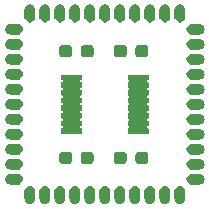
<source format=gbr>
%TF.GenerationSoftware,KiCad,Pcbnew,8.0.6*%
%TF.CreationDate,2024-11-06T22:11:36-05:00*%
%TF.ProjectId,CPLD Replacement,43504c44-2052-4657-906c-6163656d656e,rev?*%
%TF.SameCoordinates,Original*%
%TF.FileFunction,Soldermask,Top*%
%TF.FilePolarity,Negative*%
%FSLAX46Y46*%
G04 Gerber Fmt 4.6, Leading zero omitted, Abs format (unit mm)*
G04 Created by KiCad (PCBNEW 8.0.6) date 2024-11-06 22:11:36*
%MOMM*%
%LPD*%
G01*
G04 APERTURE LIST*
G04 APERTURE END LIST*
G36*
X140157880Y-102422842D02*
G01*
X140157883Y-102422842D01*
X140206892Y-102434234D01*
X140206893Y-102434234D01*
X140216665Y-102436506D01*
X140236542Y-102445582D01*
X140251097Y-102456157D01*
X140254789Y-102459090D01*
X140256403Y-102460489D01*
X140256412Y-102460496D01*
X140548840Y-102713933D01*
X140548843Y-102713937D01*
X140554789Y-102719090D01*
X140565870Y-102732256D01*
X140599375Y-102787830D01*
X140606915Y-102809959D01*
X140609642Y-102833732D01*
X140610000Y-102840000D01*
X140610000Y-103530000D01*
X140607308Y-103546996D01*
X140603290Y-103559361D01*
X140591232Y-103596474D01*
X140589208Y-103605417D01*
X140583832Y-103646246D01*
X140582996Y-103648262D01*
X140581772Y-103656780D01*
X140557006Y-103711008D01*
X140538963Y-103754569D01*
X140534392Y-103760525D01*
X140528564Y-103773288D01*
X140493922Y-103813266D01*
X140467587Y-103847587D01*
X140457430Y-103855380D01*
X140444687Y-103870087D01*
X140405159Y-103895490D01*
X140374569Y-103918963D01*
X140357875Y-103925877D01*
X140336937Y-103939334D01*
X140297267Y-103950982D01*
X140266243Y-103963833D01*
X140243147Y-103966873D01*
X140214042Y-103975420D01*
X140178233Y-103975420D01*
X140150000Y-103979137D01*
X140121767Y-103975420D01*
X140085958Y-103975420D01*
X140056852Y-103966873D01*
X140033756Y-103963833D01*
X140002729Y-103950981D01*
X139963063Y-103939334D01*
X139942126Y-103925878D01*
X139925430Y-103918963D01*
X139894834Y-103895486D01*
X139855313Y-103870087D01*
X139842571Y-103855383D01*
X139832412Y-103847587D01*
X139806069Y-103813256D01*
X139771436Y-103773288D01*
X139765608Y-103760528D01*
X139761036Y-103754569D01*
X139742982Y-103710983D01*
X139718228Y-103656780D01*
X139717004Y-103648267D01*
X139716166Y-103646244D01*
X139710606Y-103604007D01*
X139709586Y-103600202D01*
X139705643Y-103594775D01*
X139695816Y-103571051D01*
X139693964Y-103559363D01*
X139693964Y-103559361D01*
X139691291Y-103542486D01*
X139691290Y-103542475D01*
X139690677Y-103538604D01*
X139690000Y-103530000D01*
X139690000Y-102840000D01*
X139692692Y-102823004D01*
X139695122Y-102815525D01*
X139695123Y-102815519D01*
X139709424Y-102771507D01*
X139709424Y-102771505D01*
X139712745Y-102761287D01*
X139724530Y-102741095D01*
X139731793Y-102733179D01*
X139731796Y-102733176D01*
X139738775Y-102725572D01*
X139738778Y-102725568D01*
X139740709Y-102723465D01*
X139745211Y-102719090D01*
X139747350Y-102717235D01*
X139747375Y-102717212D01*
X140039258Y-102464248D01*
X140039263Y-102464244D01*
X140045211Y-102459090D01*
X140059817Y-102449993D01*
X140119590Y-102424726D01*
X140153457Y-102421814D01*
X140157880Y-102422842D01*
G37*
G36*
X141427880Y-102422842D02*
G01*
X141427883Y-102422842D01*
X141476892Y-102434234D01*
X141476893Y-102434234D01*
X141486665Y-102436506D01*
X141506542Y-102445582D01*
X141521097Y-102456157D01*
X141524789Y-102459090D01*
X141526403Y-102460489D01*
X141526412Y-102460496D01*
X141818840Y-102713933D01*
X141818843Y-102713937D01*
X141824789Y-102719090D01*
X141835870Y-102732256D01*
X141869375Y-102787830D01*
X141876915Y-102809959D01*
X141879642Y-102833732D01*
X141880000Y-102840000D01*
X141880000Y-103530000D01*
X141877308Y-103546996D01*
X141873290Y-103559361D01*
X141861232Y-103596474D01*
X141859208Y-103605417D01*
X141853832Y-103646246D01*
X141852996Y-103648262D01*
X141851772Y-103656780D01*
X141827006Y-103711008D01*
X141808963Y-103754569D01*
X141804392Y-103760525D01*
X141798564Y-103773288D01*
X141763922Y-103813266D01*
X141737587Y-103847587D01*
X141727430Y-103855380D01*
X141714687Y-103870087D01*
X141675159Y-103895490D01*
X141644569Y-103918963D01*
X141627875Y-103925877D01*
X141606937Y-103939334D01*
X141567267Y-103950982D01*
X141536243Y-103963833D01*
X141513147Y-103966873D01*
X141484042Y-103975420D01*
X141448233Y-103975420D01*
X141420000Y-103979137D01*
X141391767Y-103975420D01*
X141355958Y-103975420D01*
X141326852Y-103966873D01*
X141303756Y-103963833D01*
X141272729Y-103950981D01*
X141233063Y-103939334D01*
X141212126Y-103925878D01*
X141195430Y-103918963D01*
X141164834Y-103895486D01*
X141125313Y-103870087D01*
X141112571Y-103855383D01*
X141102412Y-103847587D01*
X141076069Y-103813256D01*
X141041436Y-103773288D01*
X141035608Y-103760528D01*
X141031036Y-103754569D01*
X141012982Y-103710983D01*
X140988228Y-103656780D01*
X140987004Y-103648267D01*
X140986166Y-103646244D01*
X140980606Y-103604007D01*
X140979586Y-103600202D01*
X140975643Y-103594775D01*
X140965816Y-103571051D01*
X140963964Y-103559363D01*
X140963964Y-103559361D01*
X140961291Y-103542486D01*
X140961290Y-103542475D01*
X140960677Y-103538604D01*
X140960000Y-103530000D01*
X140960000Y-102840000D01*
X140962692Y-102823004D01*
X140965122Y-102815525D01*
X140965123Y-102815519D01*
X140979424Y-102771507D01*
X140979424Y-102771505D01*
X140982745Y-102761287D01*
X140994530Y-102741095D01*
X141001793Y-102733179D01*
X141001796Y-102733176D01*
X141008775Y-102725572D01*
X141008778Y-102725568D01*
X141010709Y-102723465D01*
X141015211Y-102719090D01*
X141017350Y-102717235D01*
X141017375Y-102717212D01*
X141309258Y-102464248D01*
X141309263Y-102464244D01*
X141315211Y-102459090D01*
X141329817Y-102449993D01*
X141389590Y-102424726D01*
X141423457Y-102421814D01*
X141427880Y-102422842D01*
G37*
G36*
X142697880Y-102422842D02*
G01*
X142697883Y-102422842D01*
X142746892Y-102434234D01*
X142746893Y-102434234D01*
X142756665Y-102436506D01*
X142776542Y-102445582D01*
X142791097Y-102456157D01*
X142794789Y-102459090D01*
X142796403Y-102460489D01*
X142796412Y-102460496D01*
X143088840Y-102713933D01*
X143088843Y-102713937D01*
X143094789Y-102719090D01*
X143105870Y-102732256D01*
X143139375Y-102787830D01*
X143146915Y-102809959D01*
X143149642Y-102833732D01*
X143150000Y-102840000D01*
X143150000Y-103530000D01*
X143147308Y-103546996D01*
X143143290Y-103559361D01*
X143131232Y-103596474D01*
X143129208Y-103605417D01*
X143123832Y-103646246D01*
X143122996Y-103648262D01*
X143121772Y-103656780D01*
X143097006Y-103711008D01*
X143078963Y-103754569D01*
X143074392Y-103760525D01*
X143068564Y-103773288D01*
X143033922Y-103813266D01*
X143007587Y-103847587D01*
X142997430Y-103855380D01*
X142984687Y-103870087D01*
X142945159Y-103895490D01*
X142914569Y-103918963D01*
X142897875Y-103925877D01*
X142876937Y-103939334D01*
X142837267Y-103950982D01*
X142806243Y-103963833D01*
X142783147Y-103966873D01*
X142754042Y-103975420D01*
X142718233Y-103975420D01*
X142690000Y-103979137D01*
X142661767Y-103975420D01*
X142625958Y-103975420D01*
X142596852Y-103966873D01*
X142573756Y-103963833D01*
X142542729Y-103950981D01*
X142503063Y-103939334D01*
X142482126Y-103925878D01*
X142465430Y-103918963D01*
X142434834Y-103895486D01*
X142395313Y-103870087D01*
X142382571Y-103855383D01*
X142372412Y-103847587D01*
X142346069Y-103813256D01*
X142311436Y-103773288D01*
X142305608Y-103760528D01*
X142301036Y-103754569D01*
X142282982Y-103710983D01*
X142258228Y-103656780D01*
X142257004Y-103648267D01*
X142256166Y-103646244D01*
X142250606Y-103604007D01*
X142249586Y-103600202D01*
X142245643Y-103594775D01*
X142235816Y-103571051D01*
X142233964Y-103559363D01*
X142233964Y-103559361D01*
X142231291Y-103542486D01*
X142231290Y-103542475D01*
X142230677Y-103538604D01*
X142230000Y-103530000D01*
X142230000Y-102840000D01*
X142232692Y-102823004D01*
X142235122Y-102815525D01*
X142235123Y-102815519D01*
X142249424Y-102771507D01*
X142249424Y-102771505D01*
X142252745Y-102761287D01*
X142264530Y-102741095D01*
X142271793Y-102733179D01*
X142271796Y-102733176D01*
X142278775Y-102725572D01*
X142278778Y-102725568D01*
X142280709Y-102723465D01*
X142285211Y-102719090D01*
X142287350Y-102717235D01*
X142287375Y-102717212D01*
X142579258Y-102464248D01*
X142579263Y-102464244D01*
X142585211Y-102459090D01*
X142599817Y-102449993D01*
X142659590Y-102424726D01*
X142693457Y-102421814D01*
X142697880Y-102422842D01*
G37*
G36*
X143967880Y-102422842D02*
G01*
X143967883Y-102422842D01*
X144016892Y-102434234D01*
X144016893Y-102434234D01*
X144026665Y-102436506D01*
X144046542Y-102445582D01*
X144061097Y-102456157D01*
X144064789Y-102459090D01*
X144066403Y-102460489D01*
X144066412Y-102460496D01*
X144358840Y-102713933D01*
X144358843Y-102713937D01*
X144364789Y-102719090D01*
X144375870Y-102732256D01*
X144409375Y-102787830D01*
X144416915Y-102809959D01*
X144419642Y-102833732D01*
X144420000Y-102840000D01*
X144420000Y-103530000D01*
X144417308Y-103546996D01*
X144413290Y-103559361D01*
X144401232Y-103596474D01*
X144399208Y-103605417D01*
X144393832Y-103646246D01*
X144392996Y-103648262D01*
X144391772Y-103656780D01*
X144367006Y-103711008D01*
X144348963Y-103754569D01*
X144344392Y-103760525D01*
X144338564Y-103773288D01*
X144303922Y-103813266D01*
X144277587Y-103847587D01*
X144267430Y-103855380D01*
X144254687Y-103870087D01*
X144215159Y-103895490D01*
X144184569Y-103918963D01*
X144167875Y-103925877D01*
X144146937Y-103939334D01*
X144107267Y-103950982D01*
X144076243Y-103963833D01*
X144053147Y-103966873D01*
X144024042Y-103975420D01*
X143988233Y-103975420D01*
X143960000Y-103979137D01*
X143931767Y-103975420D01*
X143895958Y-103975420D01*
X143866852Y-103966873D01*
X143843756Y-103963833D01*
X143812729Y-103950981D01*
X143773063Y-103939334D01*
X143752126Y-103925878D01*
X143735430Y-103918963D01*
X143704834Y-103895486D01*
X143665313Y-103870087D01*
X143652571Y-103855383D01*
X143642412Y-103847587D01*
X143616069Y-103813256D01*
X143581436Y-103773288D01*
X143575608Y-103760528D01*
X143571036Y-103754569D01*
X143552982Y-103710983D01*
X143528228Y-103656780D01*
X143527004Y-103648267D01*
X143526166Y-103646244D01*
X143520606Y-103604007D01*
X143519586Y-103600202D01*
X143515643Y-103594775D01*
X143505816Y-103571051D01*
X143503964Y-103559363D01*
X143503964Y-103559361D01*
X143501291Y-103542486D01*
X143501290Y-103542475D01*
X143500677Y-103538604D01*
X143500000Y-103530000D01*
X143500000Y-102840000D01*
X143502692Y-102823004D01*
X143505122Y-102815525D01*
X143505123Y-102815519D01*
X143519424Y-102771507D01*
X143519424Y-102771505D01*
X143522745Y-102761287D01*
X143534530Y-102741095D01*
X143541793Y-102733179D01*
X143541796Y-102733176D01*
X143548775Y-102725572D01*
X143548778Y-102725568D01*
X143550709Y-102723465D01*
X143555211Y-102719090D01*
X143557350Y-102717235D01*
X143557375Y-102717212D01*
X143849258Y-102464248D01*
X143849263Y-102464244D01*
X143855211Y-102459090D01*
X143869817Y-102449993D01*
X143929590Y-102424726D01*
X143963457Y-102421814D01*
X143967880Y-102422842D01*
G37*
G36*
X145237880Y-102422842D02*
G01*
X145237883Y-102422842D01*
X145286892Y-102434234D01*
X145286893Y-102434234D01*
X145296665Y-102436506D01*
X145316542Y-102445582D01*
X145331097Y-102456157D01*
X145334789Y-102459090D01*
X145336403Y-102460489D01*
X145336412Y-102460496D01*
X145628840Y-102713933D01*
X145628843Y-102713937D01*
X145634789Y-102719090D01*
X145645870Y-102732256D01*
X145679375Y-102787830D01*
X145686915Y-102809959D01*
X145689642Y-102833732D01*
X145690000Y-102840000D01*
X145690000Y-103530000D01*
X145687308Y-103546996D01*
X145683290Y-103559361D01*
X145671232Y-103596474D01*
X145669208Y-103605417D01*
X145663832Y-103646246D01*
X145662996Y-103648262D01*
X145661772Y-103656780D01*
X145637006Y-103711008D01*
X145618963Y-103754569D01*
X145614392Y-103760525D01*
X145608564Y-103773288D01*
X145573922Y-103813266D01*
X145547587Y-103847587D01*
X145537430Y-103855380D01*
X145524687Y-103870087D01*
X145485159Y-103895490D01*
X145454569Y-103918963D01*
X145437875Y-103925877D01*
X145416937Y-103939334D01*
X145377267Y-103950982D01*
X145346243Y-103963833D01*
X145323147Y-103966873D01*
X145294042Y-103975420D01*
X145258233Y-103975420D01*
X145230000Y-103979137D01*
X145201767Y-103975420D01*
X145165958Y-103975420D01*
X145136852Y-103966873D01*
X145113756Y-103963833D01*
X145082729Y-103950981D01*
X145043063Y-103939334D01*
X145022126Y-103925878D01*
X145005430Y-103918963D01*
X144974834Y-103895486D01*
X144935313Y-103870087D01*
X144922571Y-103855383D01*
X144912412Y-103847587D01*
X144886069Y-103813256D01*
X144851436Y-103773288D01*
X144845608Y-103760528D01*
X144841036Y-103754569D01*
X144822982Y-103710983D01*
X144798228Y-103656780D01*
X144797004Y-103648267D01*
X144796166Y-103646244D01*
X144790606Y-103604007D01*
X144789586Y-103600202D01*
X144785643Y-103594775D01*
X144775816Y-103571051D01*
X144773964Y-103559363D01*
X144773964Y-103559361D01*
X144771291Y-103542486D01*
X144771290Y-103542475D01*
X144770677Y-103538604D01*
X144770000Y-103530000D01*
X144770000Y-102840000D01*
X144772692Y-102823004D01*
X144775122Y-102815525D01*
X144775123Y-102815519D01*
X144789424Y-102771507D01*
X144789424Y-102771505D01*
X144792745Y-102761287D01*
X144804530Y-102741095D01*
X144811793Y-102733179D01*
X144811796Y-102733176D01*
X144818775Y-102725572D01*
X144818778Y-102725568D01*
X144820709Y-102723465D01*
X144825211Y-102719090D01*
X144827350Y-102717235D01*
X144827375Y-102717212D01*
X145119258Y-102464248D01*
X145119263Y-102464244D01*
X145125211Y-102459090D01*
X145139817Y-102449993D01*
X145199590Y-102424726D01*
X145233457Y-102421814D01*
X145237880Y-102422842D01*
G37*
G36*
X146507880Y-102422842D02*
G01*
X146507883Y-102422842D01*
X146556892Y-102434234D01*
X146556893Y-102434234D01*
X146566665Y-102436506D01*
X146586542Y-102445582D01*
X146601097Y-102456157D01*
X146604789Y-102459090D01*
X146606403Y-102460489D01*
X146606412Y-102460496D01*
X146898840Y-102713933D01*
X146898843Y-102713937D01*
X146904789Y-102719090D01*
X146915870Y-102732256D01*
X146949375Y-102787830D01*
X146956915Y-102809959D01*
X146959642Y-102833732D01*
X146960000Y-102840000D01*
X146960000Y-103530000D01*
X146957308Y-103546996D01*
X146953290Y-103559361D01*
X146941232Y-103596474D01*
X146939208Y-103605417D01*
X146933832Y-103646246D01*
X146932996Y-103648262D01*
X146931772Y-103656780D01*
X146907006Y-103711008D01*
X146888963Y-103754569D01*
X146884392Y-103760525D01*
X146878564Y-103773288D01*
X146843922Y-103813266D01*
X146817587Y-103847587D01*
X146807430Y-103855380D01*
X146794687Y-103870087D01*
X146755159Y-103895490D01*
X146724569Y-103918963D01*
X146707875Y-103925877D01*
X146686937Y-103939334D01*
X146647267Y-103950982D01*
X146616243Y-103963833D01*
X146593147Y-103966873D01*
X146564042Y-103975420D01*
X146528233Y-103975420D01*
X146500000Y-103979137D01*
X146471767Y-103975420D01*
X146435958Y-103975420D01*
X146406852Y-103966873D01*
X146383756Y-103963833D01*
X146352729Y-103950981D01*
X146313063Y-103939334D01*
X146292126Y-103925878D01*
X146275430Y-103918963D01*
X146244834Y-103895486D01*
X146205313Y-103870087D01*
X146192571Y-103855383D01*
X146182412Y-103847587D01*
X146156069Y-103813256D01*
X146121436Y-103773288D01*
X146115608Y-103760528D01*
X146111036Y-103754569D01*
X146092982Y-103710983D01*
X146068228Y-103656780D01*
X146067004Y-103648267D01*
X146066166Y-103646244D01*
X146060606Y-103604007D01*
X146059586Y-103600202D01*
X146055643Y-103594775D01*
X146045816Y-103571051D01*
X146043964Y-103559363D01*
X146043964Y-103559361D01*
X146041291Y-103542486D01*
X146041290Y-103542475D01*
X146040677Y-103538604D01*
X146040000Y-103530000D01*
X146040000Y-102840000D01*
X146042692Y-102823004D01*
X146045122Y-102815525D01*
X146045123Y-102815519D01*
X146059424Y-102771507D01*
X146059424Y-102771505D01*
X146062745Y-102761287D01*
X146074530Y-102741095D01*
X146081793Y-102733179D01*
X146081796Y-102733176D01*
X146088775Y-102725572D01*
X146088778Y-102725568D01*
X146090709Y-102723465D01*
X146095211Y-102719090D01*
X146097350Y-102717235D01*
X146097375Y-102717212D01*
X146389258Y-102464248D01*
X146389263Y-102464244D01*
X146395211Y-102459090D01*
X146409817Y-102449993D01*
X146469590Y-102424726D01*
X146503457Y-102421814D01*
X146507880Y-102422842D01*
G37*
G36*
X147777880Y-102422842D02*
G01*
X147777883Y-102422842D01*
X147826892Y-102434234D01*
X147826893Y-102434234D01*
X147836665Y-102436506D01*
X147856542Y-102445582D01*
X147871097Y-102456157D01*
X147874789Y-102459090D01*
X147876403Y-102460489D01*
X147876412Y-102460496D01*
X148168840Y-102713933D01*
X148168843Y-102713937D01*
X148174789Y-102719090D01*
X148185870Y-102732256D01*
X148219375Y-102787830D01*
X148226915Y-102809959D01*
X148229642Y-102833732D01*
X148230000Y-102840000D01*
X148230000Y-103530000D01*
X148227308Y-103546996D01*
X148223290Y-103559361D01*
X148211232Y-103596474D01*
X148209208Y-103605417D01*
X148203832Y-103646246D01*
X148202996Y-103648262D01*
X148201772Y-103656780D01*
X148177006Y-103711008D01*
X148158963Y-103754569D01*
X148154392Y-103760525D01*
X148148564Y-103773288D01*
X148113922Y-103813266D01*
X148087587Y-103847587D01*
X148077430Y-103855380D01*
X148064687Y-103870087D01*
X148025159Y-103895490D01*
X147994569Y-103918963D01*
X147977875Y-103925877D01*
X147956937Y-103939334D01*
X147917267Y-103950982D01*
X147886243Y-103963833D01*
X147863147Y-103966873D01*
X147834042Y-103975420D01*
X147798233Y-103975420D01*
X147770000Y-103979137D01*
X147741767Y-103975420D01*
X147705958Y-103975420D01*
X147676852Y-103966873D01*
X147653756Y-103963833D01*
X147622729Y-103950981D01*
X147583063Y-103939334D01*
X147562126Y-103925878D01*
X147545430Y-103918963D01*
X147514834Y-103895486D01*
X147475313Y-103870087D01*
X147462571Y-103855383D01*
X147452412Y-103847587D01*
X147426069Y-103813256D01*
X147391436Y-103773288D01*
X147385608Y-103760528D01*
X147381036Y-103754569D01*
X147362982Y-103710983D01*
X147338228Y-103656780D01*
X147337004Y-103648267D01*
X147336166Y-103646244D01*
X147330606Y-103604007D01*
X147329586Y-103600202D01*
X147325643Y-103594775D01*
X147315816Y-103571051D01*
X147313964Y-103559363D01*
X147313964Y-103559361D01*
X147311291Y-103542486D01*
X147311290Y-103542475D01*
X147310677Y-103538604D01*
X147310000Y-103530000D01*
X147310000Y-102840000D01*
X147312692Y-102823004D01*
X147315122Y-102815525D01*
X147315123Y-102815519D01*
X147329424Y-102771507D01*
X147329424Y-102771505D01*
X147332745Y-102761287D01*
X147344530Y-102741095D01*
X147351793Y-102733179D01*
X147351796Y-102733176D01*
X147358775Y-102725572D01*
X147358778Y-102725568D01*
X147360709Y-102723465D01*
X147365211Y-102719090D01*
X147367350Y-102717235D01*
X147367375Y-102717212D01*
X147659258Y-102464248D01*
X147659263Y-102464244D01*
X147665211Y-102459090D01*
X147679817Y-102449993D01*
X147739590Y-102424726D01*
X147773457Y-102421814D01*
X147777880Y-102422842D01*
G37*
G36*
X149047880Y-102422842D02*
G01*
X149047883Y-102422842D01*
X149096892Y-102434234D01*
X149096893Y-102434234D01*
X149106665Y-102436506D01*
X149126542Y-102445582D01*
X149141097Y-102456157D01*
X149144789Y-102459090D01*
X149146403Y-102460489D01*
X149146412Y-102460496D01*
X149438840Y-102713933D01*
X149438843Y-102713937D01*
X149444789Y-102719090D01*
X149455870Y-102732256D01*
X149489375Y-102787830D01*
X149496915Y-102809959D01*
X149499642Y-102833732D01*
X149500000Y-102840000D01*
X149500000Y-103530000D01*
X149497308Y-103546996D01*
X149493290Y-103559361D01*
X149481232Y-103596474D01*
X149479208Y-103605417D01*
X149473832Y-103646246D01*
X149472996Y-103648262D01*
X149471772Y-103656780D01*
X149447006Y-103711008D01*
X149428963Y-103754569D01*
X149424392Y-103760525D01*
X149418564Y-103773288D01*
X149383922Y-103813266D01*
X149357587Y-103847587D01*
X149347430Y-103855380D01*
X149334687Y-103870087D01*
X149295159Y-103895490D01*
X149264569Y-103918963D01*
X149247875Y-103925877D01*
X149226937Y-103939334D01*
X149187267Y-103950982D01*
X149156243Y-103963833D01*
X149133147Y-103966873D01*
X149104042Y-103975420D01*
X149068233Y-103975420D01*
X149040000Y-103979137D01*
X149011767Y-103975420D01*
X148975958Y-103975420D01*
X148946852Y-103966873D01*
X148923756Y-103963833D01*
X148892729Y-103950981D01*
X148853063Y-103939334D01*
X148832126Y-103925878D01*
X148815430Y-103918963D01*
X148784834Y-103895486D01*
X148745313Y-103870087D01*
X148732571Y-103855383D01*
X148722412Y-103847587D01*
X148696069Y-103813256D01*
X148661436Y-103773288D01*
X148655608Y-103760528D01*
X148651036Y-103754569D01*
X148632982Y-103710983D01*
X148608228Y-103656780D01*
X148607004Y-103648267D01*
X148606166Y-103646244D01*
X148600606Y-103604007D01*
X148599586Y-103600202D01*
X148595643Y-103594775D01*
X148585816Y-103571051D01*
X148583964Y-103559363D01*
X148583964Y-103559361D01*
X148581291Y-103542486D01*
X148581290Y-103542475D01*
X148580677Y-103538604D01*
X148580000Y-103530000D01*
X148580000Y-102840000D01*
X148582692Y-102823004D01*
X148585122Y-102815525D01*
X148585123Y-102815519D01*
X148599424Y-102771507D01*
X148599424Y-102771505D01*
X148602745Y-102761287D01*
X148614530Y-102741095D01*
X148621793Y-102733179D01*
X148621796Y-102733176D01*
X148628775Y-102725572D01*
X148628778Y-102725568D01*
X148630709Y-102723465D01*
X148635211Y-102719090D01*
X148637350Y-102717235D01*
X148637375Y-102717212D01*
X148929258Y-102464248D01*
X148929263Y-102464244D01*
X148935211Y-102459090D01*
X148949817Y-102449993D01*
X149009590Y-102424726D01*
X149043457Y-102421814D01*
X149047880Y-102422842D01*
G37*
G36*
X150317880Y-102422842D02*
G01*
X150317883Y-102422842D01*
X150366892Y-102434234D01*
X150366893Y-102434234D01*
X150376665Y-102436506D01*
X150396542Y-102445582D01*
X150411097Y-102456157D01*
X150414789Y-102459090D01*
X150416403Y-102460489D01*
X150416412Y-102460496D01*
X150708840Y-102713933D01*
X150708843Y-102713937D01*
X150714789Y-102719090D01*
X150725870Y-102732256D01*
X150759375Y-102787830D01*
X150766915Y-102809959D01*
X150769642Y-102833732D01*
X150770000Y-102840000D01*
X150770000Y-103530000D01*
X150767308Y-103546996D01*
X150763290Y-103559361D01*
X150751232Y-103596474D01*
X150749208Y-103605417D01*
X150743832Y-103646246D01*
X150742996Y-103648262D01*
X150741772Y-103656780D01*
X150717006Y-103711008D01*
X150698963Y-103754569D01*
X150694392Y-103760525D01*
X150688564Y-103773288D01*
X150653922Y-103813266D01*
X150627587Y-103847587D01*
X150617430Y-103855380D01*
X150604687Y-103870087D01*
X150565159Y-103895490D01*
X150534569Y-103918963D01*
X150517875Y-103925877D01*
X150496937Y-103939334D01*
X150457267Y-103950982D01*
X150426243Y-103963833D01*
X150403147Y-103966873D01*
X150374042Y-103975420D01*
X150338233Y-103975420D01*
X150310000Y-103979137D01*
X150281767Y-103975420D01*
X150245958Y-103975420D01*
X150216852Y-103966873D01*
X150193756Y-103963833D01*
X150162729Y-103950981D01*
X150123063Y-103939334D01*
X150102126Y-103925878D01*
X150085430Y-103918963D01*
X150054834Y-103895486D01*
X150015313Y-103870087D01*
X150002571Y-103855383D01*
X149992412Y-103847587D01*
X149966069Y-103813256D01*
X149931436Y-103773288D01*
X149925608Y-103760528D01*
X149921036Y-103754569D01*
X149902982Y-103710983D01*
X149878228Y-103656780D01*
X149877004Y-103648267D01*
X149876166Y-103646244D01*
X149870606Y-103604007D01*
X149869586Y-103600202D01*
X149865643Y-103594775D01*
X149855816Y-103571051D01*
X149853964Y-103559363D01*
X149853964Y-103559361D01*
X149851291Y-103542486D01*
X149851290Y-103542475D01*
X149850677Y-103538604D01*
X149850000Y-103530000D01*
X149850000Y-102840000D01*
X149852692Y-102823004D01*
X149855122Y-102815525D01*
X149855123Y-102815519D01*
X149869424Y-102771507D01*
X149869424Y-102771505D01*
X149872745Y-102761287D01*
X149884530Y-102741095D01*
X149891793Y-102733179D01*
X149891796Y-102733176D01*
X149898775Y-102725572D01*
X149898778Y-102725568D01*
X149900709Y-102723465D01*
X149905211Y-102719090D01*
X149907350Y-102717235D01*
X149907375Y-102717212D01*
X150199258Y-102464248D01*
X150199263Y-102464244D01*
X150205211Y-102459090D01*
X150219817Y-102449993D01*
X150279590Y-102424726D01*
X150313457Y-102421814D01*
X150317880Y-102422842D01*
G37*
G36*
X151587880Y-102422842D02*
G01*
X151587883Y-102422842D01*
X151636892Y-102434234D01*
X151636893Y-102434234D01*
X151646665Y-102436506D01*
X151666542Y-102445582D01*
X151681097Y-102456157D01*
X151684789Y-102459090D01*
X151686403Y-102460489D01*
X151686412Y-102460496D01*
X151978840Y-102713933D01*
X151978843Y-102713937D01*
X151984789Y-102719090D01*
X151995870Y-102732256D01*
X152029375Y-102787830D01*
X152036915Y-102809959D01*
X152039642Y-102833732D01*
X152040000Y-102840000D01*
X152040000Y-103530000D01*
X152037308Y-103546996D01*
X152033290Y-103559361D01*
X152021232Y-103596474D01*
X152019208Y-103605417D01*
X152013832Y-103646246D01*
X152012996Y-103648262D01*
X152011772Y-103656780D01*
X151987006Y-103711008D01*
X151968963Y-103754569D01*
X151964392Y-103760525D01*
X151958564Y-103773288D01*
X151923922Y-103813266D01*
X151897587Y-103847587D01*
X151887430Y-103855380D01*
X151874687Y-103870087D01*
X151835159Y-103895490D01*
X151804569Y-103918963D01*
X151787875Y-103925877D01*
X151766937Y-103939334D01*
X151727267Y-103950982D01*
X151696243Y-103963833D01*
X151673147Y-103966873D01*
X151644042Y-103975420D01*
X151608233Y-103975420D01*
X151580000Y-103979137D01*
X151551767Y-103975420D01*
X151515958Y-103975420D01*
X151486852Y-103966873D01*
X151463756Y-103963833D01*
X151432729Y-103950981D01*
X151393063Y-103939334D01*
X151372126Y-103925878D01*
X151355430Y-103918963D01*
X151324834Y-103895486D01*
X151285313Y-103870087D01*
X151272571Y-103855383D01*
X151262412Y-103847587D01*
X151236069Y-103813256D01*
X151201436Y-103773288D01*
X151195608Y-103760528D01*
X151191036Y-103754569D01*
X151172982Y-103710983D01*
X151148228Y-103656780D01*
X151147004Y-103648267D01*
X151146166Y-103646244D01*
X151140606Y-103604007D01*
X151139586Y-103600202D01*
X151135643Y-103594775D01*
X151125816Y-103571051D01*
X151123964Y-103559363D01*
X151123964Y-103559361D01*
X151121291Y-103542486D01*
X151121290Y-103542475D01*
X151120677Y-103538604D01*
X151120000Y-103530000D01*
X151120000Y-102840000D01*
X151122692Y-102823004D01*
X151125122Y-102815525D01*
X151125123Y-102815519D01*
X151139424Y-102771507D01*
X151139424Y-102771505D01*
X151142745Y-102761287D01*
X151154530Y-102741095D01*
X151161793Y-102733179D01*
X151161796Y-102733176D01*
X151168775Y-102725572D01*
X151168778Y-102725568D01*
X151170709Y-102723465D01*
X151175211Y-102719090D01*
X151177350Y-102717235D01*
X151177375Y-102717212D01*
X151469258Y-102464248D01*
X151469263Y-102464244D01*
X151475211Y-102459090D01*
X151489817Y-102449993D01*
X151549590Y-102424726D01*
X151583457Y-102421814D01*
X151587880Y-102422842D01*
G37*
G36*
X152857880Y-102422842D02*
G01*
X152857883Y-102422842D01*
X152906892Y-102434234D01*
X152906893Y-102434234D01*
X152916665Y-102436506D01*
X152936542Y-102445582D01*
X152951097Y-102456157D01*
X152954789Y-102459090D01*
X152956403Y-102460489D01*
X152956412Y-102460496D01*
X153248840Y-102713933D01*
X153248843Y-102713937D01*
X153254789Y-102719090D01*
X153265870Y-102732256D01*
X153299375Y-102787830D01*
X153306915Y-102809959D01*
X153309642Y-102833732D01*
X153310000Y-102840000D01*
X153310000Y-103530000D01*
X153307308Y-103546996D01*
X153303290Y-103559361D01*
X153291232Y-103596474D01*
X153289208Y-103605417D01*
X153283832Y-103646246D01*
X153282996Y-103648262D01*
X153281772Y-103656780D01*
X153257006Y-103711008D01*
X153238963Y-103754569D01*
X153234392Y-103760525D01*
X153228564Y-103773288D01*
X153193922Y-103813266D01*
X153167587Y-103847587D01*
X153157430Y-103855380D01*
X153144687Y-103870087D01*
X153105159Y-103895490D01*
X153074569Y-103918963D01*
X153057875Y-103925877D01*
X153036937Y-103939334D01*
X152997267Y-103950982D01*
X152966243Y-103963833D01*
X152943147Y-103966873D01*
X152914042Y-103975420D01*
X152878233Y-103975420D01*
X152850000Y-103979137D01*
X152821767Y-103975420D01*
X152785958Y-103975420D01*
X152756852Y-103966873D01*
X152733756Y-103963833D01*
X152702729Y-103950981D01*
X152663063Y-103939334D01*
X152642126Y-103925878D01*
X152625430Y-103918963D01*
X152594834Y-103895486D01*
X152555313Y-103870087D01*
X152542571Y-103855383D01*
X152532412Y-103847587D01*
X152506069Y-103813256D01*
X152471436Y-103773288D01*
X152465608Y-103760528D01*
X152461036Y-103754569D01*
X152442982Y-103710983D01*
X152418228Y-103656780D01*
X152417004Y-103648267D01*
X152416166Y-103646244D01*
X152410606Y-103604007D01*
X152409586Y-103600202D01*
X152405643Y-103594775D01*
X152395816Y-103571051D01*
X152393964Y-103559363D01*
X152393964Y-103559361D01*
X152391291Y-103542486D01*
X152391290Y-103542475D01*
X152390677Y-103538604D01*
X152390000Y-103530000D01*
X152390000Y-102840000D01*
X152392692Y-102823004D01*
X152395122Y-102815525D01*
X152395123Y-102815519D01*
X152409424Y-102771507D01*
X152409424Y-102771505D01*
X152412745Y-102761287D01*
X152424530Y-102741095D01*
X152431793Y-102733179D01*
X152431796Y-102733176D01*
X152438775Y-102725572D01*
X152438778Y-102725568D01*
X152440709Y-102723465D01*
X152445211Y-102719090D01*
X152447350Y-102717235D01*
X152447375Y-102717212D01*
X152739258Y-102464248D01*
X152739263Y-102464244D01*
X152745211Y-102459090D01*
X152759817Y-102449993D01*
X152819590Y-102424726D01*
X152853457Y-102421814D01*
X152857880Y-102422842D01*
G37*
G36*
X139206996Y-101422692D02*
G01*
X139214475Y-101425122D01*
X139214480Y-101425123D01*
X139256473Y-101438768D01*
X139268713Y-101442745D01*
X139288905Y-101454530D01*
X139306535Y-101470709D01*
X139310910Y-101475211D01*
X139312772Y-101477360D01*
X139312787Y-101477375D01*
X139565751Y-101769258D01*
X139570910Y-101775211D01*
X139580007Y-101789817D01*
X139605274Y-101849590D01*
X139608186Y-101883457D01*
X139593494Y-101946665D01*
X139584418Y-101966542D01*
X139573843Y-101981097D01*
X139570910Y-101984789D01*
X139310910Y-102284789D01*
X139297744Y-102295870D01*
X139242170Y-102329375D01*
X139220041Y-102336915D01*
X139196268Y-102339642D01*
X139190000Y-102340000D01*
X139187143Y-102340000D01*
X138507871Y-102340000D01*
X138500000Y-102340000D01*
X138483004Y-102337308D01*
X138473389Y-102334184D01*
X138446415Y-102325420D01*
X138435958Y-102325420D01*
X138406853Y-102316873D01*
X138383756Y-102313833D01*
X138352729Y-102300981D01*
X138313063Y-102289334D01*
X138292126Y-102275878D01*
X138275430Y-102268963D01*
X138244834Y-102245486D01*
X138205313Y-102220087D01*
X138192571Y-102205383D01*
X138182412Y-102197587D01*
X138156069Y-102163256D01*
X138121436Y-102123288D01*
X138115608Y-102110528D01*
X138111036Y-102104569D01*
X138092983Y-102060987D01*
X138068228Y-102006780D01*
X138067003Y-101998265D01*
X138066166Y-101996243D01*
X138060224Y-101951114D01*
X138050000Y-101880000D01*
X138060223Y-101808892D01*
X138066166Y-101763756D01*
X138067004Y-101761732D01*
X138068228Y-101753220D01*
X138092978Y-101699024D01*
X138111035Y-101655432D01*
X138115609Y-101649470D01*
X138121436Y-101636712D01*
X138156064Y-101596749D01*
X138182412Y-101562412D01*
X138192574Y-101554614D01*
X138205313Y-101539913D01*
X138244829Y-101514517D01*
X138275432Y-101491035D01*
X138292131Y-101484117D01*
X138313063Y-101470666D01*
X138352720Y-101459021D01*
X138383756Y-101446166D01*
X138406857Y-101443124D01*
X138435958Y-101434580D01*
X138437791Y-101434580D01*
X138458949Y-101425816D01*
X138470632Y-101423965D01*
X138470636Y-101423964D01*
X138487513Y-101421291D01*
X138487525Y-101421290D01*
X138491396Y-101420677D01*
X138500000Y-101420000D01*
X139190000Y-101420000D01*
X139206996Y-101422692D01*
G37*
G36*
X154516996Y-101422692D02*
G01*
X154524479Y-101425123D01*
X154524482Y-101425124D01*
X154553585Y-101434580D01*
X154564042Y-101434580D01*
X154593141Y-101443124D01*
X154616243Y-101446166D01*
X154647275Y-101459020D01*
X154686937Y-101470666D01*
X154707870Y-101484119D01*
X154724569Y-101491036D01*
X154755169Y-101514516D01*
X154794687Y-101539913D01*
X154807425Y-101554613D01*
X154817587Y-101562411D01*
X154843931Y-101596743D01*
X154878564Y-101636712D01*
X154884392Y-101649473D01*
X154888964Y-101655432D01*
X154907010Y-101699001D01*
X154931772Y-101753220D01*
X154932996Y-101761736D01*
X154933833Y-101763756D01*
X154939764Y-101808810D01*
X154950000Y-101880000D01*
X154939763Y-101951196D01*
X154933833Y-101996243D01*
X154932996Y-101998262D01*
X154931772Y-102006780D01*
X154907005Y-102061010D01*
X154888963Y-102104569D01*
X154884392Y-102110525D01*
X154878564Y-102123288D01*
X154843922Y-102163266D01*
X154817587Y-102197587D01*
X154807430Y-102205380D01*
X154794687Y-102220087D01*
X154755159Y-102245490D01*
X154724569Y-102268963D01*
X154707875Y-102275877D01*
X154686937Y-102289334D01*
X154647268Y-102300981D01*
X154616246Y-102313832D01*
X154593150Y-102316872D01*
X154564042Y-102325420D01*
X154562209Y-102325420D01*
X154541051Y-102334184D01*
X154508604Y-102339323D01*
X154500000Y-102340000D01*
X154496069Y-102340000D01*
X153817871Y-102340000D01*
X153810000Y-102340000D01*
X153793004Y-102337308D01*
X153731287Y-102317255D01*
X153711095Y-102305470D01*
X153693465Y-102289291D01*
X153689090Y-102284789D01*
X153687227Y-102282639D01*
X153687212Y-102282624D01*
X153434248Y-101990741D01*
X153434246Y-101990739D01*
X153429090Y-101984789D01*
X153419993Y-101970183D01*
X153394726Y-101910410D01*
X153391814Y-101876543D01*
X153392842Y-101872118D01*
X153392842Y-101872116D01*
X153404234Y-101823107D01*
X153404235Y-101823104D01*
X153406506Y-101813335D01*
X153415582Y-101793458D01*
X153421476Y-101785344D01*
X153421478Y-101785342D01*
X153424900Y-101780633D01*
X153424900Y-101780632D01*
X153426157Y-101778903D01*
X153429090Y-101775211D01*
X153430479Y-101773607D01*
X153430496Y-101773587D01*
X153683933Y-101481159D01*
X153683940Y-101481152D01*
X153689090Y-101475211D01*
X153702256Y-101464130D01*
X153708990Y-101460069D01*
X153708995Y-101460066D01*
X153748623Y-101436175D01*
X153748626Y-101436173D01*
X153757830Y-101430625D01*
X153779959Y-101423085D01*
X153803732Y-101420358D01*
X153810000Y-101420000D01*
X154500000Y-101420000D01*
X154516996Y-101422692D01*
G37*
G36*
X139206996Y-100152692D02*
G01*
X139214475Y-100155122D01*
X139214480Y-100155123D01*
X139256473Y-100168768D01*
X139268713Y-100172745D01*
X139288905Y-100184530D01*
X139306535Y-100200709D01*
X139310910Y-100205211D01*
X139312772Y-100207360D01*
X139312787Y-100207375D01*
X139565751Y-100499258D01*
X139570910Y-100505211D01*
X139580007Y-100519817D01*
X139605274Y-100579590D01*
X139608186Y-100613457D01*
X139593494Y-100676665D01*
X139584418Y-100696542D01*
X139573843Y-100711097D01*
X139570910Y-100714789D01*
X139310910Y-101014789D01*
X139297744Y-101025870D01*
X139242170Y-101059375D01*
X139220041Y-101066915D01*
X139196268Y-101069642D01*
X139190000Y-101070000D01*
X139187143Y-101070000D01*
X138507871Y-101070000D01*
X138500000Y-101070000D01*
X138483004Y-101067308D01*
X138473389Y-101064184D01*
X138446415Y-101055420D01*
X138435958Y-101055420D01*
X138406853Y-101046873D01*
X138383756Y-101043833D01*
X138352729Y-101030981D01*
X138313063Y-101019334D01*
X138292126Y-101005878D01*
X138275430Y-100998963D01*
X138244834Y-100975486D01*
X138205313Y-100950087D01*
X138192571Y-100935383D01*
X138182412Y-100927587D01*
X138156069Y-100893256D01*
X138121436Y-100853288D01*
X138115608Y-100840528D01*
X138111036Y-100834569D01*
X138092983Y-100790987D01*
X138068228Y-100736780D01*
X138067003Y-100728265D01*
X138066166Y-100726243D01*
X138060224Y-100681114D01*
X138050000Y-100610000D01*
X138060223Y-100538892D01*
X138066166Y-100493756D01*
X138067004Y-100491732D01*
X138068228Y-100483220D01*
X138092978Y-100429024D01*
X138111035Y-100385432D01*
X138115609Y-100379470D01*
X138121436Y-100366712D01*
X138156064Y-100326749D01*
X138182412Y-100292412D01*
X138192574Y-100284614D01*
X138205313Y-100269913D01*
X138244829Y-100244517D01*
X138275432Y-100221035D01*
X138292131Y-100214117D01*
X138313063Y-100200666D01*
X138352720Y-100189021D01*
X138383756Y-100176166D01*
X138406857Y-100173124D01*
X138435958Y-100164580D01*
X138437791Y-100164580D01*
X138458949Y-100155816D01*
X138470632Y-100153965D01*
X138470636Y-100153964D01*
X138487513Y-100151291D01*
X138487525Y-100151290D01*
X138491396Y-100150677D01*
X138500000Y-100150000D01*
X139190000Y-100150000D01*
X139206996Y-100152692D01*
G37*
G36*
X154516996Y-100152692D02*
G01*
X154524479Y-100155123D01*
X154524482Y-100155124D01*
X154553585Y-100164580D01*
X154564042Y-100164580D01*
X154593141Y-100173124D01*
X154616243Y-100176166D01*
X154647275Y-100189020D01*
X154686937Y-100200666D01*
X154707870Y-100214119D01*
X154724569Y-100221036D01*
X154755169Y-100244516D01*
X154794687Y-100269913D01*
X154807425Y-100284613D01*
X154817587Y-100292411D01*
X154843931Y-100326743D01*
X154878564Y-100366712D01*
X154884392Y-100379473D01*
X154888964Y-100385432D01*
X154907010Y-100429001D01*
X154931772Y-100483220D01*
X154932996Y-100491736D01*
X154933833Y-100493756D01*
X154939764Y-100538810D01*
X154950000Y-100610000D01*
X154939763Y-100681196D01*
X154933833Y-100726243D01*
X154932996Y-100728262D01*
X154931772Y-100736780D01*
X154907005Y-100791010D01*
X154888963Y-100834569D01*
X154884392Y-100840525D01*
X154878564Y-100853288D01*
X154843922Y-100893266D01*
X154817587Y-100927587D01*
X154807430Y-100935380D01*
X154794687Y-100950087D01*
X154755159Y-100975490D01*
X154724569Y-100998963D01*
X154707875Y-101005877D01*
X154686937Y-101019334D01*
X154647268Y-101030981D01*
X154616246Y-101043832D01*
X154593150Y-101046872D01*
X154564042Y-101055420D01*
X154562209Y-101055420D01*
X154541051Y-101064184D01*
X154508604Y-101069323D01*
X154500000Y-101070000D01*
X154496069Y-101070000D01*
X153817871Y-101070000D01*
X153810000Y-101070000D01*
X153793004Y-101067308D01*
X153731287Y-101047255D01*
X153711095Y-101035470D01*
X153693465Y-101019291D01*
X153689090Y-101014789D01*
X153687227Y-101012639D01*
X153687212Y-101012624D01*
X153434248Y-100720741D01*
X153434246Y-100720739D01*
X153429090Y-100714789D01*
X153419993Y-100700183D01*
X153394726Y-100640410D01*
X153391814Y-100606543D01*
X153392842Y-100602118D01*
X153392842Y-100602116D01*
X153404234Y-100553107D01*
X153404235Y-100553104D01*
X153406506Y-100543335D01*
X153415582Y-100523458D01*
X153421476Y-100515344D01*
X153421478Y-100515342D01*
X153424900Y-100510633D01*
X153424900Y-100510632D01*
X153426157Y-100508903D01*
X153429090Y-100505211D01*
X153430479Y-100503607D01*
X153430496Y-100503587D01*
X153683933Y-100211159D01*
X153683940Y-100211152D01*
X153689090Y-100205211D01*
X153702256Y-100194130D01*
X153708990Y-100190069D01*
X153708995Y-100190066D01*
X153748623Y-100166175D01*
X153748626Y-100166173D01*
X153757830Y-100160625D01*
X153779959Y-100153085D01*
X153803732Y-100150358D01*
X153810000Y-100150000D01*
X154500000Y-100150000D01*
X154516996Y-100152692D01*
G37*
G36*
X143503323Y-99542637D02*
G01*
X143517574Y-99548929D01*
X143525956Y-99550257D01*
X143560861Y-99568042D01*
X143599977Y-99585313D01*
X143605399Y-99590735D01*
X143605756Y-99590917D01*
X143669082Y-99654243D01*
X143669263Y-99654599D01*
X143674687Y-99660023D01*
X143691960Y-99699145D01*
X143709742Y-99734043D01*
X143711069Y-99742422D01*
X143717363Y-99756677D01*
X143725000Y-99822500D01*
X143725000Y-100297500D01*
X143717363Y-100363323D01*
X143711068Y-100377577D01*
X143709742Y-100385956D01*
X143691964Y-100420846D01*
X143674687Y-100459977D01*
X143669262Y-100465401D01*
X143669082Y-100465756D01*
X143605756Y-100529082D01*
X143605401Y-100529262D01*
X143599977Y-100534687D01*
X143560846Y-100551964D01*
X143525956Y-100569742D01*
X143517577Y-100571068D01*
X143503323Y-100577363D01*
X143437500Y-100585000D01*
X142937500Y-100585000D01*
X142871677Y-100577363D01*
X142857422Y-100571069D01*
X142849043Y-100569742D01*
X142814145Y-100551960D01*
X142775023Y-100534687D01*
X142769599Y-100529263D01*
X142769243Y-100529082D01*
X142705917Y-100465756D01*
X142705735Y-100465399D01*
X142700313Y-100459977D01*
X142683042Y-100420861D01*
X142665257Y-100385956D01*
X142663929Y-100377574D01*
X142657637Y-100363323D01*
X142650000Y-100297500D01*
X142650000Y-99822500D01*
X142657637Y-99756677D01*
X142663929Y-99742426D01*
X142665257Y-99734043D01*
X142683045Y-99699130D01*
X142700313Y-99660023D01*
X142705734Y-99654601D01*
X142705917Y-99654243D01*
X142769243Y-99590917D01*
X142769601Y-99590734D01*
X142775023Y-99585313D01*
X142814130Y-99568045D01*
X142849043Y-99550257D01*
X142857426Y-99548929D01*
X142871677Y-99542637D01*
X142937500Y-99535000D01*
X143437500Y-99535000D01*
X143503323Y-99542637D01*
G37*
G36*
X145328323Y-99542637D02*
G01*
X145342574Y-99548929D01*
X145350956Y-99550257D01*
X145385861Y-99568042D01*
X145424977Y-99585313D01*
X145430399Y-99590735D01*
X145430756Y-99590917D01*
X145494082Y-99654243D01*
X145494263Y-99654599D01*
X145499687Y-99660023D01*
X145516960Y-99699145D01*
X145534742Y-99734043D01*
X145536069Y-99742422D01*
X145542363Y-99756677D01*
X145550000Y-99822500D01*
X145550000Y-100297500D01*
X145542363Y-100363323D01*
X145536068Y-100377577D01*
X145534742Y-100385956D01*
X145516964Y-100420846D01*
X145499687Y-100459977D01*
X145494262Y-100465401D01*
X145494082Y-100465756D01*
X145430756Y-100529082D01*
X145430401Y-100529262D01*
X145424977Y-100534687D01*
X145385846Y-100551964D01*
X145350956Y-100569742D01*
X145342577Y-100571068D01*
X145328323Y-100577363D01*
X145262500Y-100585000D01*
X144762500Y-100585000D01*
X144696677Y-100577363D01*
X144682422Y-100571069D01*
X144674043Y-100569742D01*
X144639145Y-100551960D01*
X144600023Y-100534687D01*
X144594599Y-100529263D01*
X144594243Y-100529082D01*
X144530917Y-100465756D01*
X144530735Y-100465399D01*
X144525313Y-100459977D01*
X144508042Y-100420861D01*
X144490257Y-100385956D01*
X144488929Y-100377574D01*
X144482637Y-100363323D01*
X144475000Y-100297500D01*
X144475000Y-99822500D01*
X144482637Y-99756677D01*
X144488929Y-99742426D01*
X144490257Y-99734043D01*
X144508045Y-99699130D01*
X144525313Y-99660023D01*
X144530734Y-99654601D01*
X144530917Y-99654243D01*
X144594243Y-99590917D01*
X144594601Y-99590734D01*
X144600023Y-99585313D01*
X144639130Y-99568045D01*
X144674043Y-99550257D01*
X144682426Y-99548929D01*
X144696677Y-99542637D01*
X144762500Y-99535000D01*
X145262500Y-99535000D01*
X145328323Y-99542637D01*
G37*
G36*
X148123323Y-99542637D02*
G01*
X148137574Y-99548929D01*
X148145956Y-99550257D01*
X148180861Y-99568042D01*
X148219977Y-99585313D01*
X148225399Y-99590735D01*
X148225756Y-99590917D01*
X148289082Y-99654243D01*
X148289263Y-99654599D01*
X148294687Y-99660023D01*
X148311960Y-99699145D01*
X148329742Y-99734043D01*
X148331069Y-99742422D01*
X148337363Y-99756677D01*
X148345000Y-99822500D01*
X148345000Y-100297500D01*
X148337363Y-100363323D01*
X148331068Y-100377577D01*
X148329742Y-100385956D01*
X148311964Y-100420846D01*
X148294687Y-100459977D01*
X148289262Y-100465401D01*
X148289082Y-100465756D01*
X148225756Y-100529082D01*
X148225401Y-100529262D01*
X148219977Y-100534687D01*
X148180846Y-100551964D01*
X148145956Y-100569742D01*
X148137577Y-100571068D01*
X148123323Y-100577363D01*
X148057500Y-100585000D01*
X147557500Y-100585000D01*
X147491677Y-100577363D01*
X147477422Y-100571069D01*
X147469043Y-100569742D01*
X147434145Y-100551960D01*
X147395023Y-100534687D01*
X147389599Y-100529263D01*
X147389243Y-100529082D01*
X147325917Y-100465756D01*
X147325735Y-100465399D01*
X147320313Y-100459977D01*
X147303042Y-100420861D01*
X147285257Y-100385956D01*
X147283929Y-100377574D01*
X147277637Y-100363323D01*
X147270000Y-100297500D01*
X147270000Y-99822500D01*
X147277637Y-99756677D01*
X147283929Y-99742426D01*
X147285257Y-99734043D01*
X147303045Y-99699130D01*
X147320313Y-99660023D01*
X147325734Y-99654601D01*
X147325917Y-99654243D01*
X147389243Y-99590917D01*
X147389601Y-99590734D01*
X147395023Y-99585313D01*
X147434130Y-99568045D01*
X147469043Y-99550257D01*
X147477426Y-99548929D01*
X147491677Y-99542637D01*
X147557500Y-99535000D01*
X148057500Y-99535000D01*
X148123323Y-99542637D01*
G37*
G36*
X149948323Y-99542637D02*
G01*
X149962574Y-99548929D01*
X149970956Y-99550257D01*
X150005861Y-99568042D01*
X150044977Y-99585313D01*
X150050399Y-99590735D01*
X150050756Y-99590917D01*
X150114082Y-99654243D01*
X150114263Y-99654599D01*
X150119687Y-99660023D01*
X150136960Y-99699145D01*
X150154742Y-99734043D01*
X150156069Y-99742422D01*
X150162363Y-99756677D01*
X150170000Y-99822500D01*
X150170000Y-100297500D01*
X150162363Y-100363323D01*
X150156068Y-100377577D01*
X150154742Y-100385956D01*
X150136964Y-100420846D01*
X150119687Y-100459977D01*
X150114262Y-100465401D01*
X150114082Y-100465756D01*
X150050756Y-100529082D01*
X150050401Y-100529262D01*
X150044977Y-100534687D01*
X150005846Y-100551964D01*
X149970956Y-100569742D01*
X149962577Y-100571068D01*
X149948323Y-100577363D01*
X149882500Y-100585000D01*
X149382500Y-100585000D01*
X149316677Y-100577363D01*
X149302422Y-100571069D01*
X149294043Y-100569742D01*
X149259145Y-100551960D01*
X149220023Y-100534687D01*
X149214599Y-100529263D01*
X149214243Y-100529082D01*
X149150917Y-100465756D01*
X149150735Y-100465399D01*
X149145313Y-100459977D01*
X149128042Y-100420861D01*
X149110257Y-100385956D01*
X149108929Y-100377574D01*
X149102637Y-100363323D01*
X149095000Y-100297500D01*
X149095000Y-99822500D01*
X149102637Y-99756677D01*
X149108929Y-99742426D01*
X149110257Y-99734043D01*
X149128045Y-99699130D01*
X149145313Y-99660023D01*
X149150734Y-99654601D01*
X149150917Y-99654243D01*
X149214243Y-99590917D01*
X149214601Y-99590734D01*
X149220023Y-99585313D01*
X149259130Y-99568045D01*
X149294043Y-99550257D01*
X149302426Y-99548929D01*
X149316677Y-99542637D01*
X149382500Y-99535000D01*
X149882500Y-99535000D01*
X149948323Y-99542637D01*
G37*
G36*
X139206996Y-98882692D02*
G01*
X139214475Y-98885122D01*
X139214480Y-98885123D01*
X139256473Y-98898768D01*
X139268713Y-98902745D01*
X139288905Y-98914530D01*
X139306535Y-98930709D01*
X139310910Y-98935211D01*
X139312772Y-98937360D01*
X139312787Y-98937375D01*
X139565751Y-99229258D01*
X139570910Y-99235211D01*
X139580007Y-99249817D01*
X139605274Y-99309590D01*
X139608186Y-99343457D01*
X139593494Y-99406665D01*
X139584418Y-99426542D01*
X139573843Y-99441097D01*
X139570910Y-99444789D01*
X139310910Y-99744789D01*
X139297744Y-99755870D01*
X139242170Y-99789375D01*
X139220041Y-99796915D01*
X139196268Y-99799642D01*
X139190000Y-99800000D01*
X139187143Y-99800000D01*
X138507871Y-99800000D01*
X138500000Y-99800000D01*
X138483004Y-99797308D01*
X138473389Y-99794184D01*
X138446415Y-99785420D01*
X138435958Y-99785420D01*
X138406853Y-99776873D01*
X138383756Y-99773833D01*
X138352729Y-99760981D01*
X138313063Y-99749334D01*
X138292126Y-99735878D01*
X138275430Y-99728963D01*
X138244834Y-99705486D01*
X138205313Y-99680087D01*
X138192571Y-99665383D01*
X138182412Y-99657587D01*
X138156069Y-99623256D01*
X138121436Y-99583288D01*
X138115608Y-99570528D01*
X138111036Y-99564569D01*
X138092983Y-99520987D01*
X138068228Y-99466780D01*
X138067003Y-99458265D01*
X138066166Y-99456243D01*
X138060224Y-99411114D01*
X138050000Y-99340000D01*
X138060223Y-99268892D01*
X138066166Y-99223756D01*
X138067004Y-99221732D01*
X138068228Y-99213220D01*
X138092978Y-99159024D01*
X138111035Y-99115432D01*
X138115609Y-99109470D01*
X138121436Y-99096712D01*
X138156064Y-99056749D01*
X138182412Y-99022412D01*
X138192574Y-99014614D01*
X138205313Y-98999913D01*
X138244829Y-98974517D01*
X138275432Y-98951035D01*
X138292131Y-98944117D01*
X138313063Y-98930666D01*
X138352720Y-98919021D01*
X138383756Y-98906166D01*
X138406857Y-98903124D01*
X138435958Y-98894580D01*
X138437791Y-98894580D01*
X138458949Y-98885816D01*
X138470632Y-98883965D01*
X138470636Y-98883964D01*
X138487513Y-98881291D01*
X138487525Y-98881290D01*
X138491396Y-98880677D01*
X138500000Y-98880000D01*
X139190000Y-98880000D01*
X139206996Y-98882692D01*
G37*
G36*
X154516996Y-98882692D02*
G01*
X154524479Y-98885123D01*
X154524482Y-98885124D01*
X154553585Y-98894580D01*
X154564042Y-98894580D01*
X154593141Y-98903124D01*
X154616243Y-98906166D01*
X154647275Y-98919020D01*
X154686937Y-98930666D01*
X154707870Y-98944119D01*
X154724569Y-98951036D01*
X154755169Y-98974516D01*
X154794687Y-98999913D01*
X154807425Y-99014613D01*
X154817587Y-99022411D01*
X154843931Y-99056743D01*
X154878564Y-99096712D01*
X154884392Y-99109473D01*
X154888964Y-99115432D01*
X154907010Y-99159001D01*
X154931772Y-99213220D01*
X154932996Y-99221736D01*
X154933833Y-99223756D01*
X154939764Y-99268810D01*
X154950000Y-99340000D01*
X154939763Y-99411196D01*
X154933833Y-99456243D01*
X154932996Y-99458262D01*
X154931772Y-99466780D01*
X154907005Y-99521010D01*
X154888963Y-99564569D01*
X154884392Y-99570525D01*
X154878564Y-99583288D01*
X154843922Y-99623266D01*
X154817587Y-99657587D01*
X154807430Y-99665380D01*
X154794687Y-99680087D01*
X154755159Y-99705490D01*
X154724569Y-99728963D01*
X154707875Y-99735877D01*
X154686937Y-99749334D01*
X154647268Y-99760981D01*
X154616246Y-99773832D01*
X154593150Y-99776872D01*
X154564042Y-99785420D01*
X154562209Y-99785420D01*
X154541051Y-99794184D01*
X154508604Y-99799323D01*
X154500000Y-99800000D01*
X154496069Y-99800000D01*
X153817871Y-99800000D01*
X153810000Y-99800000D01*
X153793004Y-99797308D01*
X153731287Y-99777255D01*
X153711095Y-99765470D01*
X153693465Y-99749291D01*
X153689090Y-99744789D01*
X153687227Y-99742639D01*
X153687212Y-99742624D01*
X153434248Y-99450741D01*
X153434246Y-99450739D01*
X153429090Y-99444789D01*
X153419993Y-99430183D01*
X153394726Y-99370410D01*
X153391814Y-99336543D01*
X153392842Y-99332118D01*
X153392842Y-99332116D01*
X153404234Y-99283107D01*
X153404235Y-99283104D01*
X153406506Y-99273335D01*
X153415582Y-99253458D01*
X153421476Y-99245344D01*
X153421478Y-99245342D01*
X153424900Y-99240633D01*
X153424900Y-99240632D01*
X153426157Y-99238903D01*
X153429090Y-99235211D01*
X153430479Y-99233607D01*
X153430496Y-99233587D01*
X153683933Y-98941159D01*
X153683940Y-98941152D01*
X153689090Y-98935211D01*
X153702256Y-98924130D01*
X153708990Y-98920069D01*
X153708995Y-98920066D01*
X153748623Y-98896175D01*
X153748626Y-98896173D01*
X153757830Y-98890625D01*
X153779959Y-98883085D01*
X153803732Y-98880358D01*
X153810000Y-98880000D01*
X154500000Y-98880000D01*
X154516996Y-98882692D01*
G37*
G36*
X139206996Y-97612692D02*
G01*
X139214475Y-97615122D01*
X139214480Y-97615123D01*
X139256473Y-97628768D01*
X139268713Y-97632745D01*
X139288905Y-97644530D01*
X139306535Y-97660709D01*
X139310910Y-97665211D01*
X139312772Y-97667360D01*
X139312787Y-97667375D01*
X139565751Y-97959258D01*
X139570910Y-97965211D01*
X139580007Y-97979817D01*
X139605274Y-98039590D01*
X139608186Y-98073457D01*
X139593494Y-98136665D01*
X139584418Y-98156542D01*
X139573843Y-98171097D01*
X139570910Y-98174789D01*
X139310910Y-98474789D01*
X139297744Y-98485870D01*
X139242170Y-98519375D01*
X139220041Y-98526915D01*
X139196268Y-98529642D01*
X139190000Y-98530000D01*
X139187143Y-98530000D01*
X138507871Y-98530000D01*
X138500000Y-98530000D01*
X138483004Y-98527308D01*
X138473389Y-98524184D01*
X138446415Y-98515420D01*
X138435958Y-98515420D01*
X138406853Y-98506873D01*
X138383756Y-98503833D01*
X138352729Y-98490981D01*
X138313063Y-98479334D01*
X138292126Y-98465878D01*
X138275430Y-98458963D01*
X138244834Y-98435486D01*
X138205313Y-98410087D01*
X138192571Y-98395383D01*
X138182412Y-98387587D01*
X138156069Y-98353256D01*
X138121436Y-98313288D01*
X138115608Y-98300528D01*
X138111036Y-98294569D01*
X138092983Y-98250987D01*
X138068228Y-98196780D01*
X138067003Y-98188265D01*
X138066166Y-98186243D01*
X138060224Y-98141114D01*
X138050000Y-98070000D01*
X138060223Y-97998892D01*
X138066166Y-97953756D01*
X138067004Y-97951732D01*
X138068228Y-97943220D01*
X138092978Y-97889024D01*
X138111035Y-97845432D01*
X138115609Y-97839470D01*
X138121436Y-97826712D01*
X138156064Y-97786749D01*
X138182412Y-97752412D01*
X138192574Y-97744614D01*
X138205313Y-97729913D01*
X138244829Y-97704517D01*
X138275432Y-97681035D01*
X138292131Y-97674117D01*
X138313063Y-97660666D01*
X138352720Y-97649021D01*
X138383756Y-97636166D01*
X138406857Y-97633124D01*
X138435958Y-97624580D01*
X138437791Y-97624580D01*
X138458949Y-97615816D01*
X138470632Y-97613965D01*
X138470636Y-97613964D01*
X138487513Y-97611291D01*
X138487525Y-97611290D01*
X138491396Y-97610677D01*
X138500000Y-97610000D01*
X139190000Y-97610000D01*
X139206996Y-97612692D01*
G37*
G36*
X154516996Y-97612692D02*
G01*
X154524479Y-97615123D01*
X154524482Y-97615124D01*
X154553585Y-97624580D01*
X154564042Y-97624580D01*
X154593141Y-97633124D01*
X154616243Y-97636166D01*
X154647275Y-97649020D01*
X154686937Y-97660666D01*
X154707870Y-97674119D01*
X154724569Y-97681036D01*
X154755169Y-97704516D01*
X154794687Y-97729913D01*
X154807425Y-97744613D01*
X154817587Y-97752411D01*
X154843931Y-97786743D01*
X154878564Y-97826712D01*
X154884392Y-97839473D01*
X154888964Y-97845432D01*
X154907010Y-97889001D01*
X154931772Y-97943220D01*
X154932996Y-97951736D01*
X154933833Y-97953756D01*
X154939764Y-97998810D01*
X154950000Y-98070000D01*
X154939763Y-98141196D01*
X154933833Y-98186243D01*
X154932996Y-98188262D01*
X154931772Y-98196780D01*
X154907005Y-98251010D01*
X154888963Y-98294569D01*
X154884392Y-98300525D01*
X154878564Y-98313288D01*
X154843922Y-98353266D01*
X154817587Y-98387587D01*
X154807430Y-98395380D01*
X154794687Y-98410087D01*
X154755159Y-98435490D01*
X154724569Y-98458963D01*
X154707875Y-98465877D01*
X154686937Y-98479334D01*
X154647268Y-98490981D01*
X154616246Y-98503832D01*
X154593150Y-98506872D01*
X154564042Y-98515420D01*
X154562209Y-98515420D01*
X154541051Y-98524184D01*
X154508604Y-98529323D01*
X154500000Y-98530000D01*
X154496069Y-98530000D01*
X153817871Y-98530000D01*
X153810000Y-98530000D01*
X153793004Y-98527308D01*
X153731287Y-98507255D01*
X153711095Y-98495470D01*
X153693465Y-98479291D01*
X153689090Y-98474789D01*
X153687227Y-98472639D01*
X153687212Y-98472624D01*
X153434248Y-98180741D01*
X153434246Y-98180739D01*
X153429090Y-98174789D01*
X153419993Y-98160183D01*
X153394726Y-98100410D01*
X153391814Y-98066543D01*
X153392842Y-98062118D01*
X153392842Y-98062116D01*
X153404234Y-98013107D01*
X153404235Y-98013104D01*
X153406506Y-98003335D01*
X153415582Y-97983458D01*
X153421476Y-97975344D01*
X153421478Y-97975342D01*
X153424900Y-97970633D01*
X153424900Y-97970632D01*
X153426157Y-97968903D01*
X153429090Y-97965211D01*
X153430479Y-97963607D01*
X153430496Y-97963587D01*
X153683933Y-97671159D01*
X153683940Y-97671152D01*
X153689090Y-97665211D01*
X153702256Y-97654130D01*
X153708990Y-97650069D01*
X153708995Y-97650066D01*
X153748623Y-97626175D01*
X153748626Y-97626173D01*
X153757830Y-97620625D01*
X153779959Y-97613085D01*
X153803732Y-97610358D01*
X153810000Y-97610000D01*
X154500000Y-97610000D01*
X154516996Y-97612692D01*
G37*
G36*
X144537934Y-93031007D02*
G01*
X144554155Y-93041846D01*
X144564994Y-93058067D01*
X144568800Y-93077201D01*
X144568800Y-93432801D01*
X144564994Y-93451935D01*
X144554155Y-93468156D01*
X144537934Y-93478995D01*
X144518800Y-93482801D01*
X144508941Y-93482801D01*
X144432877Y-93497929D01*
X144432873Y-93662065D01*
X144508954Y-93677199D01*
X144518800Y-93677199D01*
X144537934Y-93681005D01*
X144554155Y-93691844D01*
X144564994Y-93708065D01*
X144568800Y-93727199D01*
X144568800Y-94082799D01*
X144564994Y-94101933D01*
X144554155Y-94118154D01*
X144537934Y-94128993D01*
X144518800Y-94132799D01*
X144508941Y-94132799D01*
X144432867Y-94147929D01*
X144432863Y-94312065D01*
X144508954Y-94327201D01*
X144518800Y-94327201D01*
X144537934Y-94331007D01*
X144554155Y-94341846D01*
X144564994Y-94358067D01*
X144568800Y-94377201D01*
X144568800Y-94732801D01*
X144564994Y-94751935D01*
X144554155Y-94768156D01*
X144537934Y-94778995D01*
X144518800Y-94782801D01*
X144508941Y-94782801D01*
X144432877Y-94797929D01*
X144432873Y-94962065D01*
X144508954Y-94977199D01*
X144518800Y-94977199D01*
X144537934Y-94981005D01*
X144554155Y-94991844D01*
X144564994Y-95008065D01*
X144568800Y-95027199D01*
X144568800Y-95382799D01*
X144564994Y-95401933D01*
X144554155Y-95418154D01*
X144537934Y-95428993D01*
X144518800Y-95432799D01*
X144508943Y-95432799D01*
X144432873Y-95447929D01*
X144432871Y-95612065D01*
X144508950Y-95627198D01*
X144518800Y-95627198D01*
X144537934Y-95631004D01*
X144554155Y-95641843D01*
X144564994Y-95658064D01*
X144568800Y-95677198D01*
X144568800Y-96032798D01*
X144564994Y-96051932D01*
X144554155Y-96068153D01*
X144537934Y-96078992D01*
X144518800Y-96082798D01*
X144508943Y-96082798D01*
X144432868Y-96097929D01*
X144432866Y-96262065D01*
X144508950Y-96277199D01*
X144518800Y-96277199D01*
X144537934Y-96281005D01*
X144554155Y-96291844D01*
X144564994Y-96308065D01*
X144568800Y-96327199D01*
X144568800Y-96682799D01*
X144564994Y-96701933D01*
X144554155Y-96718154D01*
X144537934Y-96728993D01*
X144518800Y-96732799D01*
X144508943Y-96732799D01*
X144432873Y-96747929D01*
X144432871Y-96912065D01*
X144508950Y-96927198D01*
X144518800Y-96927198D01*
X144537934Y-96931004D01*
X144554155Y-96941843D01*
X144564994Y-96958064D01*
X144568800Y-96977198D01*
X144568800Y-97332798D01*
X144564994Y-97351932D01*
X144554155Y-97368153D01*
X144537934Y-97378992D01*
X144518800Y-97382798D01*
X144508943Y-97382798D01*
X144432868Y-97397929D01*
X144432866Y-97562065D01*
X144508950Y-97577199D01*
X144518800Y-97577199D01*
X144537934Y-97581005D01*
X144554155Y-97591844D01*
X144564994Y-97608065D01*
X144568800Y-97627199D01*
X144568800Y-97982799D01*
X144564994Y-98001933D01*
X144554155Y-98018154D01*
X144537934Y-98028993D01*
X144518800Y-98032799D01*
X142842400Y-98032799D01*
X142823266Y-98028993D01*
X142807045Y-98018154D01*
X142796206Y-98001933D01*
X142792400Y-97982799D01*
X142792400Y-97627199D01*
X142796206Y-97608065D01*
X142807045Y-97591844D01*
X142823266Y-97581005D01*
X142842400Y-97577199D01*
X142852247Y-97577199D01*
X142928333Y-97562065D01*
X142928331Y-97397929D01*
X142852256Y-97382798D01*
X142842400Y-97382798D01*
X142823266Y-97378992D01*
X142807045Y-97368153D01*
X142796206Y-97351932D01*
X142792400Y-97332798D01*
X142792400Y-96977198D01*
X142796206Y-96958064D01*
X142807045Y-96941843D01*
X142823266Y-96931004D01*
X142842400Y-96927198D01*
X142852247Y-96927198D01*
X142928328Y-96912065D01*
X142928326Y-96747929D01*
X142852256Y-96732799D01*
X142842400Y-96732799D01*
X142823266Y-96728993D01*
X142807045Y-96718154D01*
X142796206Y-96701933D01*
X142792400Y-96682799D01*
X142792400Y-96327199D01*
X142796206Y-96308065D01*
X142807045Y-96291844D01*
X142823266Y-96281005D01*
X142842400Y-96277199D01*
X142852247Y-96277199D01*
X142928333Y-96262065D01*
X142928331Y-96097929D01*
X142852256Y-96082798D01*
X142842400Y-96082798D01*
X142823266Y-96078992D01*
X142807045Y-96068153D01*
X142796206Y-96051932D01*
X142792400Y-96032798D01*
X142792400Y-95677198D01*
X142796206Y-95658064D01*
X142807045Y-95641843D01*
X142823266Y-95631004D01*
X142842400Y-95627198D01*
X142852247Y-95627198D01*
X142928328Y-95612065D01*
X142928326Y-95447929D01*
X142852256Y-95432799D01*
X142842400Y-95432799D01*
X142823266Y-95428993D01*
X142807045Y-95418154D01*
X142796206Y-95401933D01*
X142792400Y-95382799D01*
X142792400Y-95027199D01*
X142796206Y-95008065D01*
X142807045Y-94991844D01*
X142823266Y-94981005D01*
X142842400Y-94977199D01*
X142852250Y-94977199D01*
X142928324Y-94962068D01*
X142928324Y-94797932D01*
X142852254Y-94782801D01*
X142842400Y-94782801D01*
X142823266Y-94778995D01*
X142807045Y-94768156D01*
X142796206Y-94751935D01*
X142792400Y-94732801D01*
X142792400Y-94377201D01*
X142796206Y-94358067D01*
X142807045Y-94341846D01*
X142823266Y-94331007D01*
X142842400Y-94327201D01*
X142852250Y-94327201D01*
X142928334Y-94312068D01*
X142928334Y-94147932D01*
X142852254Y-94132799D01*
X142842400Y-94132799D01*
X142823266Y-94128993D01*
X142807045Y-94118154D01*
X142796206Y-94101933D01*
X142792400Y-94082799D01*
X142792400Y-93727199D01*
X142796206Y-93708065D01*
X142807045Y-93691844D01*
X142823266Y-93681005D01*
X142842400Y-93677199D01*
X142852250Y-93677199D01*
X142928324Y-93662068D01*
X142928324Y-93497932D01*
X142852254Y-93482801D01*
X142842400Y-93482801D01*
X142823266Y-93478995D01*
X142807045Y-93468156D01*
X142796206Y-93451935D01*
X142792400Y-93432801D01*
X142792400Y-93077201D01*
X142796206Y-93058067D01*
X142807045Y-93041846D01*
X142823266Y-93031007D01*
X142842400Y-93027201D01*
X144518800Y-93027201D01*
X144537934Y-93031007D01*
G37*
G36*
X150176734Y-93031007D02*
G01*
X150192955Y-93041846D01*
X150203794Y-93058067D01*
X150207600Y-93077201D01*
X150207600Y-93432801D01*
X150203794Y-93451935D01*
X150192955Y-93468156D01*
X150176734Y-93478995D01*
X150157600Y-93482801D01*
X150147743Y-93482801D01*
X150071668Y-93497932D01*
X150071666Y-93662068D01*
X150147750Y-93677202D01*
X150157600Y-93677202D01*
X150176734Y-93681008D01*
X150192955Y-93691847D01*
X150203794Y-93708068D01*
X150207600Y-93727202D01*
X150207600Y-94082802D01*
X150203794Y-94101936D01*
X150192955Y-94118157D01*
X150176734Y-94128996D01*
X150157600Y-94132802D01*
X150147743Y-94132802D01*
X150071673Y-94147932D01*
X150071671Y-94312068D01*
X150147750Y-94327201D01*
X150157600Y-94327201D01*
X150176734Y-94331007D01*
X150192955Y-94341846D01*
X150203794Y-94358067D01*
X150207600Y-94377201D01*
X150207600Y-94732801D01*
X150203794Y-94751935D01*
X150192955Y-94768156D01*
X150176734Y-94778995D01*
X150157600Y-94782801D01*
X150147743Y-94782801D01*
X150071668Y-94797932D01*
X150071666Y-94962068D01*
X150147750Y-94977202D01*
X150157600Y-94977202D01*
X150176734Y-94981008D01*
X150192955Y-94991847D01*
X150203794Y-95008068D01*
X150207600Y-95027202D01*
X150207600Y-95382802D01*
X150203794Y-95401936D01*
X150192955Y-95418157D01*
X150176734Y-95428996D01*
X150157600Y-95432802D01*
X150147743Y-95432802D01*
X150071673Y-95447932D01*
X150071671Y-95612068D01*
X150147750Y-95627201D01*
X150157600Y-95627201D01*
X150176734Y-95631007D01*
X150192955Y-95641846D01*
X150203794Y-95658067D01*
X150207600Y-95677201D01*
X150207600Y-96032801D01*
X150203794Y-96051935D01*
X150192955Y-96068156D01*
X150176734Y-96078995D01*
X150157600Y-96082801D01*
X150147741Y-96082801D01*
X150071677Y-96097929D01*
X150071673Y-96262065D01*
X150147754Y-96277199D01*
X150157600Y-96277199D01*
X150176734Y-96281005D01*
X150192955Y-96291844D01*
X150203794Y-96308065D01*
X150207600Y-96327199D01*
X150207600Y-96682799D01*
X150203794Y-96701933D01*
X150192955Y-96718154D01*
X150176734Y-96728993D01*
X150157600Y-96732799D01*
X150147741Y-96732799D01*
X150071667Y-96747929D01*
X150071663Y-96912065D01*
X150147754Y-96927201D01*
X150157600Y-96927201D01*
X150176734Y-96931007D01*
X150192955Y-96941846D01*
X150203794Y-96958067D01*
X150207600Y-96977201D01*
X150207600Y-97332801D01*
X150203794Y-97351935D01*
X150192955Y-97368156D01*
X150176734Y-97378995D01*
X150157600Y-97382801D01*
X150147741Y-97382801D01*
X150071677Y-97397929D01*
X150071673Y-97562065D01*
X150147754Y-97577199D01*
X150157600Y-97577199D01*
X150176734Y-97581005D01*
X150192955Y-97591844D01*
X150203794Y-97608065D01*
X150207600Y-97627199D01*
X150207600Y-97982799D01*
X150203794Y-98001933D01*
X150192955Y-98018154D01*
X150176734Y-98028993D01*
X150157600Y-98032799D01*
X148481200Y-98032799D01*
X148462066Y-98028993D01*
X148445845Y-98018154D01*
X148435006Y-98001933D01*
X148431200Y-97982799D01*
X148431200Y-97627199D01*
X148435006Y-97608065D01*
X148445845Y-97591844D01*
X148462066Y-97581005D01*
X148481200Y-97577199D01*
X148491050Y-97577199D01*
X148567124Y-97562068D01*
X148567124Y-97397932D01*
X148491054Y-97382801D01*
X148481200Y-97382801D01*
X148462066Y-97378995D01*
X148445845Y-97368156D01*
X148435006Y-97351935D01*
X148431200Y-97332801D01*
X148431200Y-96977201D01*
X148435006Y-96958067D01*
X148445845Y-96941846D01*
X148462066Y-96931007D01*
X148481200Y-96927201D01*
X148491050Y-96927201D01*
X148567134Y-96912068D01*
X148567134Y-96747932D01*
X148491054Y-96732799D01*
X148481200Y-96732799D01*
X148462066Y-96728993D01*
X148445845Y-96718154D01*
X148435006Y-96701933D01*
X148431200Y-96682799D01*
X148431200Y-96327199D01*
X148435006Y-96308065D01*
X148445845Y-96291844D01*
X148462066Y-96281005D01*
X148481200Y-96277199D01*
X148491050Y-96277199D01*
X148567124Y-96262068D01*
X148567124Y-96097932D01*
X148491054Y-96082801D01*
X148481200Y-96082801D01*
X148462066Y-96078995D01*
X148445845Y-96068156D01*
X148435006Y-96051935D01*
X148431200Y-96032801D01*
X148431200Y-95677201D01*
X148435006Y-95658067D01*
X148445845Y-95641846D01*
X148462066Y-95631007D01*
X148481200Y-95627201D01*
X148491047Y-95627201D01*
X148567128Y-95612068D01*
X148567126Y-95447932D01*
X148491056Y-95432802D01*
X148481200Y-95432802D01*
X148462066Y-95428996D01*
X148445845Y-95418157D01*
X148435006Y-95401936D01*
X148431200Y-95382802D01*
X148431200Y-95027202D01*
X148435006Y-95008068D01*
X148445845Y-94991847D01*
X148462066Y-94981008D01*
X148481200Y-94977202D01*
X148491047Y-94977202D01*
X148567133Y-94962068D01*
X148567131Y-94797932D01*
X148491056Y-94782801D01*
X148481200Y-94782801D01*
X148462066Y-94778995D01*
X148445845Y-94768156D01*
X148435006Y-94751935D01*
X148431200Y-94732801D01*
X148431200Y-94377201D01*
X148435006Y-94358067D01*
X148445845Y-94341846D01*
X148462066Y-94331007D01*
X148481200Y-94327201D01*
X148491047Y-94327201D01*
X148567128Y-94312068D01*
X148567126Y-94147932D01*
X148491056Y-94132802D01*
X148481200Y-94132802D01*
X148462066Y-94128996D01*
X148445845Y-94118157D01*
X148435006Y-94101936D01*
X148431200Y-94082802D01*
X148431200Y-93727202D01*
X148435006Y-93708068D01*
X148445845Y-93691847D01*
X148462066Y-93681008D01*
X148481200Y-93677202D01*
X148491047Y-93677202D01*
X148567133Y-93662068D01*
X148567131Y-93497932D01*
X148491056Y-93482801D01*
X148481200Y-93482801D01*
X148462066Y-93478995D01*
X148445845Y-93468156D01*
X148435006Y-93451935D01*
X148431200Y-93432801D01*
X148431200Y-93077201D01*
X148435006Y-93058067D01*
X148445845Y-93041846D01*
X148462066Y-93031007D01*
X148481200Y-93027201D01*
X150157600Y-93027201D01*
X150176734Y-93031007D01*
G37*
G36*
X139206996Y-96342692D02*
G01*
X139214475Y-96345122D01*
X139214480Y-96345123D01*
X139256473Y-96358768D01*
X139268713Y-96362745D01*
X139288905Y-96374530D01*
X139306535Y-96390709D01*
X139310910Y-96395211D01*
X139312772Y-96397360D01*
X139312787Y-96397375D01*
X139565751Y-96689258D01*
X139570910Y-96695211D01*
X139580007Y-96709817D01*
X139605274Y-96769590D01*
X139608186Y-96803457D01*
X139593494Y-96866665D01*
X139584418Y-96886542D01*
X139573843Y-96901097D01*
X139570910Y-96904789D01*
X139310910Y-97204789D01*
X139297744Y-97215870D01*
X139242170Y-97249375D01*
X139220041Y-97256915D01*
X139196268Y-97259642D01*
X139190000Y-97260000D01*
X139187143Y-97260000D01*
X138507871Y-97260000D01*
X138500000Y-97260000D01*
X138483004Y-97257308D01*
X138473389Y-97254184D01*
X138446415Y-97245420D01*
X138435958Y-97245420D01*
X138406853Y-97236873D01*
X138383756Y-97233833D01*
X138352729Y-97220981D01*
X138313063Y-97209334D01*
X138292126Y-97195878D01*
X138275430Y-97188963D01*
X138244834Y-97165486D01*
X138205313Y-97140087D01*
X138192571Y-97125383D01*
X138182412Y-97117587D01*
X138156069Y-97083256D01*
X138121436Y-97043288D01*
X138115608Y-97030528D01*
X138111036Y-97024569D01*
X138092983Y-96980987D01*
X138068228Y-96926780D01*
X138067003Y-96918265D01*
X138066166Y-96916243D01*
X138060224Y-96871114D01*
X138050000Y-96800000D01*
X138060223Y-96728892D01*
X138066166Y-96683756D01*
X138067004Y-96681732D01*
X138068228Y-96673220D01*
X138092978Y-96619024D01*
X138111035Y-96575432D01*
X138115609Y-96569470D01*
X138121436Y-96556712D01*
X138156064Y-96516749D01*
X138182412Y-96482412D01*
X138192574Y-96474614D01*
X138205313Y-96459913D01*
X138244829Y-96434517D01*
X138275432Y-96411035D01*
X138292131Y-96404117D01*
X138313063Y-96390666D01*
X138352720Y-96379021D01*
X138383756Y-96366166D01*
X138406857Y-96363124D01*
X138435958Y-96354580D01*
X138437791Y-96354580D01*
X138458949Y-96345816D01*
X138470632Y-96343965D01*
X138470636Y-96343964D01*
X138487513Y-96341291D01*
X138487525Y-96341290D01*
X138491396Y-96340677D01*
X138500000Y-96340000D01*
X139190000Y-96340000D01*
X139206996Y-96342692D01*
G37*
G36*
X154516996Y-96342692D02*
G01*
X154524479Y-96345123D01*
X154524482Y-96345124D01*
X154553585Y-96354580D01*
X154564042Y-96354580D01*
X154593141Y-96363124D01*
X154616243Y-96366166D01*
X154647275Y-96379020D01*
X154686937Y-96390666D01*
X154707870Y-96404119D01*
X154724569Y-96411036D01*
X154755169Y-96434516D01*
X154794687Y-96459913D01*
X154807425Y-96474613D01*
X154817587Y-96482411D01*
X154843931Y-96516743D01*
X154878564Y-96556712D01*
X154884392Y-96569473D01*
X154888964Y-96575432D01*
X154907010Y-96619001D01*
X154931772Y-96673220D01*
X154932996Y-96681736D01*
X154933833Y-96683756D01*
X154939764Y-96728810D01*
X154950000Y-96800000D01*
X154939763Y-96871196D01*
X154933833Y-96916243D01*
X154932996Y-96918262D01*
X154931772Y-96926780D01*
X154907005Y-96981010D01*
X154888963Y-97024569D01*
X154884392Y-97030525D01*
X154878564Y-97043288D01*
X154843922Y-97083266D01*
X154817587Y-97117587D01*
X154807430Y-97125380D01*
X154794687Y-97140087D01*
X154755159Y-97165490D01*
X154724569Y-97188963D01*
X154707875Y-97195877D01*
X154686937Y-97209334D01*
X154647268Y-97220981D01*
X154616246Y-97233832D01*
X154593150Y-97236872D01*
X154564042Y-97245420D01*
X154562209Y-97245420D01*
X154541051Y-97254184D01*
X154508604Y-97259323D01*
X154500000Y-97260000D01*
X154496069Y-97260000D01*
X153817871Y-97260000D01*
X153810000Y-97260000D01*
X153793004Y-97257308D01*
X153731287Y-97237255D01*
X153711095Y-97225470D01*
X153693465Y-97209291D01*
X153689090Y-97204789D01*
X153687227Y-97202639D01*
X153687212Y-97202624D01*
X153434248Y-96910741D01*
X153434246Y-96910739D01*
X153429090Y-96904789D01*
X153419993Y-96890183D01*
X153394726Y-96830410D01*
X153391814Y-96796543D01*
X153392842Y-96792118D01*
X153392842Y-96792116D01*
X153404234Y-96743107D01*
X153404235Y-96743104D01*
X153406506Y-96733335D01*
X153415582Y-96713458D01*
X153421476Y-96705344D01*
X153421478Y-96705342D01*
X153424900Y-96700633D01*
X153424900Y-96700632D01*
X153426157Y-96698903D01*
X153429090Y-96695211D01*
X153430479Y-96693607D01*
X153430496Y-96693587D01*
X153683933Y-96401159D01*
X153683940Y-96401152D01*
X153689090Y-96395211D01*
X153702256Y-96384130D01*
X153708990Y-96380069D01*
X153708995Y-96380066D01*
X153748623Y-96356175D01*
X153748626Y-96356173D01*
X153757830Y-96350625D01*
X153779959Y-96343085D01*
X153803732Y-96340358D01*
X153810000Y-96340000D01*
X154500000Y-96340000D01*
X154516996Y-96342692D01*
G37*
G36*
X139206996Y-95072692D02*
G01*
X139214475Y-95075122D01*
X139214480Y-95075123D01*
X139256473Y-95088768D01*
X139268713Y-95092745D01*
X139288905Y-95104530D01*
X139306535Y-95120709D01*
X139310910Y-95125211D01*
X139312772Y-95127360D01*
X139312787Y-95127375D01*
X139564794Y-95418154D01*
X139570910Y-95425211D01*
X139580007Y-95439817D01*
X139605274Y-95499590D01*
X139608186Y-95533457D01*
X139593494Y-95596665D01*
X139584418Y-95616542D01*
X139573843Y-95631097D01*
X139570910Y-95634789D01*
X139310910Y-95934789D01*
X139297744Y-95945870D01*
X139242170Y-95979375D01*
X139220041Y-95986915D01*
X139196268Y-95989642D01*
X139190000Y-95990000D01*
X139187143Y-95990000D01*
X138507871Y-95990000D01*
X138500000Y-95990000D01*
X138483004Y-95987308D01*
X138473389Y-95984184D01*
X138446415Y-95975420D01*
X138435958Y-95975420D01*
X138406853Y-95966873D01*
X138383756Y-95963833D01*
X138352729Y-95950981D01*
X138313063Y-95939334D01*
X138292126Y-95925878D01*
X138275430Y-95918963D01*
X138244834Y-95895486D01*
X138205313Y-95870087D01*
X138192571Y-95855383D01*
X138182412Y-95847587D01*
X138156069Y-95813256D01*
X138121436Y-95773288D01*
X138115608Y-95760528D01*
X138111036Y-95754569D01*
X138092983Y-95710987D01*
X138068228Y-95656780D01*
X138067003Y-95648265D01*
X138066166Y-95646243D01*
X138060224Y-95601114D01*
X138050000Y-95530000D01*
X138060223Y-95458892D01*
X138066166Y-95413756D01*
X138067004Y-95411732D01*
X138068228Y-95403220D01*
X138092978Y-95349024D01*
X138111035Y-95305432D01*
X138115609Y-95299470D01*
X138121436Y-95286712D01*
X138156064Y-95246749D01*
X138182412Y-95212412D01*
X138192574Y-95204614D01*
X138205313Y-95189913D01*
X138244829Y-95164517D01*
X138275432Y-95141035D01*
X138292131Y-95134117D01*
X138313063Y-95120666D01*
X138352720Y-95109021D01*
X138383756Y-95096166D01*
X138406857Y-95093124D01*
X138435958Y-95084580D01*
X138437791Y-95084580D01*
X138458949Y-95075816D01*
X138470632Y-95073965D01*
X138470636Y-95073964D01*
X138487513Y-95071291D01*
X138487525Y-95071290D01*
X138491396Y-95070677D01*
X138500000Y-95070000D01*
X139190000Y-95070000D01*
X139206996Y-95072692D01*
G37*
G36*
X154516996Y-95072692D02*
G01*
X154524479Y-95075123D01*
X154524482Y-95075124D01*
X154553585Y-95084580D01*
X154564042Y-95084580D01*
X154593141Y-95093124D01*
X154616243Y-95096166D01*
X154647275Y-95109020D01*
X154686937Y-95120666D01*
X154707870Y-95134119D01*
X154724569Y-95141036D01*
X154755169Y-95164516D01*
X154794687Y-95189913D01*
X154807425Y-95204613D01*
X154817587Y-95212411D01*
X154843931Y-95246743D01*
X154878564Y-95286712D01*
X154884392Y-95299473D01*
X154888964Y-95305432D01*
X154907010Y-95349001D01*
X154931772Y-95403220D01*
X154932996Y-95411736D01*
X154933833Y-95413756D01*
X154939764Y-95458810D01*
X154950000Y-95530000D01*
X154939763Y-95601196D01*
X154933833Y-95646243D01*
X154932996Y-95648262D01*
X154931772Y-95656780D01*
X154907005Y-95711010D01*
X154888963Y-95754569D01*
X154884392Y-95760525D01*
X154878564Y-95773288D01*
X154843922Y-95813266D01*
X154817587Y-95847587D01*
X154807430Y-95855380D01*
X154794687Y-95870087D01*
X154755159Y-95895490D01*
X154724569Y-95918963D01*
X154707875Y-95925877D01*
X154686937Y-95939334D01*
X154647268Y-95950981D01*
X154616246Y-95963832D01*
X154593150Y-95966872D01*
X154564042Y-95975420D01*
X154562209Y-95975420D01*
X154541051Y-95984184D01*
X154508604Y-95989323D01*
X154500000Y-95990000D01*
X154496069Y-95990000D01*
X153817871Y-95990000D01*
X153810000Y-95990000D01*
X153793004Y-95987308D01*
X153731287Y-95967255D01*
X153711095Y-95955470D01*
X153693465Y-95939291D01*
X153689090Y-95934789D01*
X153687227Y-95932639D01*
X153687212Y-95932624D01*
X153434248Y-95640741D01*
X153434246Y-95640739D01*
X153429090Y-95634789D01*
X153419993Y-95620183D01*
X153394726Y-95560410D01*
X153391814Y-95526543D01*
X153392842Y-95522118D01*
X153392842Y-95522116D01*
X153404234Y-95473107D01*
X153404235Y-95473104D01*
X153406506Y-95463335D01*
X153415582Y-95443458D01*
X153421476Y-95435344D01*
X153421478Y-95435342D01*
X153424900Y-95430633D01*
X153424900Y-95430632D01*
X153426157Y-95428903D01*
X153429090Y-95425211D01*
X153430479Y-95423607D01*
X153430496Y-95423587D01*
X153683933Y-95131159D01*
X153683940Y-95131152D01*
X153689090Y-95125211D01*
X153702256Y-95114130D01*
X153708990Y-95110069D01*
X153708995Y-95110066D01*
X153748623Y-95086175D01*
X153748626Y-95086173D01*
X153757830Y-95080625D01*
X153779959Y-95073085D01*
X153803732Y-95070358D01*
X153810000Y-95070000D01*
X154500000Y-95070000D01*
X154516996Y-95072692D01*
G37*
G36*
X139206996Y-93802692D02*
G01*
X139214475Y-93805122D01*
X139214480Y-93805123D01*
X139256473Y-93818768D01*
X139268713Y-93822745D01*
X139288905Y-93834530D01*
X139306535Y-93850709D01*
X139310910Y-93855211D01*
X139312772Y-93857360D01*
X139312787Y-93857375D01*
X139564599Y-94147929D01*
X139570910Y-94155211D01*
X139580007Y-94169817D01*
X139605274Y-94229590D01*
X139608186Y-94263457D01*
X139593494Y-94326665D01*
X139584418Y-94346542D01*
X139573843Y-94361097D01*
X139570910Y-94364789D01*
X139310910Y-94664789D01*
X139297744Y-94675870D01*
X139242170Y-94709375D01*
X139220041Y-94716915D01*
X139196268Y-94719642D01*
X139190000Y-94720000D01*
X139187143Y-94720000D01*
X138507871Y-94720000D01*
X138500000Y-94720000D01*
X138483004Y-94717308D01*
X138473389Y-94714184D01*
X138446415Y-94705420D01*
X138435958Y-94705420D01*
X138406853Y-94696873D01*
X138383756Y-94693833D01*
X138352729Y-94680981D01*
X138313063Y-94669334D01*
X138292126Y-94655878D01*
X138275430Y-94648963D01*
X138244834Y-94625486D01*
X138205313Y-94600087D01*
X138192571Y-94585383D01*
X138182412Y-94577587D01*
X138156069Y-94543256D01*
X138121436Y-94503288D01*
X138115608Y-94490528D01*
X138111036Y-94484569D01*
X138092983Y-94440987D01*
X138068228Y-94386780D01*
X138067003Y-94378265D01*
X138066166Y-94376243D01*
X138060224Y-94331114D01*
X138050000Y-94260000D01*
X138060223Y-94188892D01*
X138066166Y-94143756D01*
X138067004Y-94141732D01*
X138068228Y-94133220D01*
X138092978Y-94079024D01*
X138111035Y-94035432D01*
X138115609Y-94029470D01*
X138121436Y-94016712D01*
X138156064Y-93976749D01*
X138182412Y-93942412D01*
X138192574Y-93934614D01*
X138205313Y-93919913D01*
X138244829Y-93894517D01*
X138275432Y-93871035D01*
X138292131Y-93864117D01*
X138313063Y-93850666D01*
X138352720Y-93839021D01*
X138383756Y-93826166D01*
X138406857Y-93823124D01*
X138435958Y-93814580D01*
X138437791Y-93814580D01*
X138458949Y-93805816D01*
X138470632Y-93803965D01*
X138470636Y-93803964D01*
X138487513Y-93801291D01*
X138487525Y-93801290D01*
X138491396Y-93800677D01*
X138500000Y-93800000D01*
X139190000Y-93800000D01*
X139206996Y-93802692D01*
G37*
G36*
X154516996Y-93802692D02*
G01*
X154524479Y-93805123D01*
X154524482Y-93805124D01*
X154553585Y-93814580D01*
X154564042Y-93814580D01*
X154593141Y-93823124D01*
X154616243Y-93826166D01*
X154647275Y-93839020D01*
X154686937Y-93850666D01*
X154707870Y-93864119D01*
X154724569Y-93871036D01*
X154755169Y-93894516D01*
X154794687Y-93919913D01*
X154807425Y-93934613D01*
X154817587Y-93942411D01*
X154843931Y-93976743D01*
X154878564Y-94016712D01*
X154884392Y-94029473D01*
X154888964Y-94035432D01*
X154907010Y-94079001D01*
X154931772Y-94133220D01*
X154932996Y-94141736D01*
X154933833Y-94143756D01*
X154939764Y-94188810D01*
X154950000Y-94260000D01*
X154939763Y-94331196D01*
X154933833Y-94376243D01*
X154932996Y-94378262D01*
X154931772Y-94386780D01*
X154907005Y-94441010D01*
X154888963Y-94484569D01*
X154884392Y-94490525D01*
X154878564Y-94503288D01*
X154843922Y-94543266D01*
X154817587Y-94577587D01*
X154807430Y-94585380D01*
X154794687Y-94600087D01*
X154755159Y-94625490D01*
X154724569Y-94648963D01*
X154707875Y-94655877D01*
X154686937Y-94669334D01*
X154647268Y-94680981D01*
X154616246Y-94693832D01*
X154593150Y-94696872D01*
X154564042Y-94705420D01*
X154562209Y-94705420D01*
X154541051Y-94714184D01*
X154508604Y-94719323D01*
X154500000Y-94720000D01*
X154496069Y-94720000D01*
X153817871Y-94720000D01*
X153810000Y-94720000D01*
X153793004Y-94717308D01*
X153731287Y-94697255D01*
X153711095Y-94685470D01*
X153693465Y-94669291D01*
X153689090Y-94664789D01*
X153687227Y-94662639D01*
X153687212Y-94662624D01*
X153434248Y-94370741D01*
X153434246Y-94370739D01*
X153429090Y-94364789D01*
X153419993Y-94350183D01*
X153394726Y-94290410D01*
X153391814Y-94256543D01*
X153392842Y-94252118D01*
X153392842Y-94252116D01*
X153404234Y-94203107D01*
X153404235Y-94203104D01*
X153406506Y-94193335D01*
X153415582Y-94173458D01*
X153421476Y-94165344D01*
X153421478Y-94165342D01*
X153424900Y-94160633D01*
X153424900Y-94160632D01*
X153426157Y-94158903D01*
X153429090Y-94155211D01*
X153430479Y-94153607D01*
X153430496Y-94153587D01*
X153683933Y-93861159D01*
X153683940Y-93861152D01*
X153689090Y-93855211D01*
X153702256Y-93844130D01*
X153708990Y-93840069D01*
X153708995Y-93840066D01*
X153748623Y-93816175D01*
X153748626Y-93816173D01*
X153757830Y-93810625D01*
X153779959Y-93803085D01*
X153803732Y-93800358D01*
X153810000Y-93800000D01*
X154500000Y-93800000D01*
X154516996Y-93802692D01*
G37*
G36*
X139206996Y-92532692D02*
G01*
X139214475Y-92535122D01*
X139214480Y-92535123D01*
X139256473Y-92548768D01*
X139268713Y-92552745D01*
X139288905Y-92564530D01*
X139306535Y-92580709D01*
X139310910Y-92585211D01*
X139312772Y-92587360D01*
X139312787Y-92587375D01*
X139565751Y-92879258D01*
X139570910Y-92885211D01*
X139580007Y-92899817D01*
X139605274Y-92959590D01*
X139608186Y-92993457D01*
X139593494Y-93056665D01*
X139584418Y-93076542D01*
X139573843Y-93091097D01*
X139570910Y-93094789D01*
X139310910Y-93394789D01*
X139297744Y-93405870D01*
X139242170Y-93439375D01*
X139220041Y-93446915D01*
X139196268Y-93449642D01*
X139190000Y-93450000D01*
X139187143Y-93450000D01*
X138507871Y-93450000D01*
X138500000Y-93450000D01*
X138483004Y-93447308D01*
X138473389Y-93444184D01*
X138446415Y-93435420D01*
X138435958Y-93435420D01*
X138406853Y-93426873D01*
X138383756Y-93423833D01*
X138352729Y-93410981D01*
X138313063Y-93399334D01*
X138292126Y-93385878D01*
X138275430Y-93378963D01*
X138244834Y-93355486D01*
X138205313Y-93330087D01*
X138192571Y-93315383D01*
X138182412Y-93307587D01*
X138156069Y-93273256D01*
X138121436Y-93233288D01*
X138115608Y-93220528D01*
X138111036Y-93214569D01*
X138092983Y-93170987D01*
X138068228Y-93116780D01*
X138067003Y-93108265D01*
X138066166Y-93106243D01*
X138060224Y-93061114D01*
X138050000Y-92990000D01*
X138060223Y-92918892D01*
X138066166Y-92873756D01*
X138067004Y-92871732D01*
X138068228Y-92863220D01*
X138092978Y-92809024D01*
X138111035Y-92765432D01*
X138115609Y-92759470D01*
X138121436Y-92746712D01*
X138156064Y-92706749D01*
X138182412Y-92672412D01*
X138192574Y-92664614D01*
X138205313Y-92649913D01*
X138244829Y-92624517D01*
X138275432Y-92601035D01*
X138292131Y-92594117D01*
X138313063Y-92580666D01*
X138352720Y-92569021D01*
X138383756Y-92556166D01*
X138406857Y-92553124D01*
X138435958Y-92544580D01*
X138437791Y-92544580D01*
X138458949Y-92535816D01*
X138470632Y-92533965D01*
X138470636Y-92533964D01*
X138487513Y-92531291D01*
X138487525Y-92531290D01*
X138491396Y-92530677D01*
X138500000Y-92530000D01*
X139190000Y-92530000D01*
X139206996Y-92532692D01*
G37*
G36*
X154516996Y-92532692D02*
G01*
X154524479Y-92535123D01*
X154524482Y-92535124D01*
X154553585Y-92544580D01*
X154564042Y-92544580D01*
X154593141Y-92553124D01*
X154616243Y-92556166D01*
X154647275Y-92569020D01*
X154686937Y-92580666D01*
X154707870Y-92594119D01*
X154724569Y-92601036D01*
X154755169Y-92624516D01*
X154794687Y-92649913D01*
X154807425Y-92664613D01*
X154817587Y-92672411D01*
X154843931Y-92706743D01*
X154878564Y-92746712D01*
X154884392Y-92759473D01*
X154888964Y-92765432D01*
X154907010Y-92809001D01*
X154931772Y-92863220D01*
X154932996Y-92871736D01*
X154933833Y-92873756D01*
X154939764Y-92918810D01*
X154950000Y-92990000D01*
X154939763Y-93061196D01*
X154933833Y-93106243D01*
X154932996Y-93108262D01*
X154931772Y-93116780D01*
X154907005Y-93171010D01*
X154888963Y-93214569D01*
X154884392Y-93220525D01*
X154878564Y-93233288D01*
X154843922Y-93273266D01*
X154817587Y-93307587D01*
X154807430Y-93315380D01*
X154794687Y-93330087D01*
X154755159Y-93355490D01*
X154724569Y-93378963D01*
X154707875Y-93385877D01*
X154686937Y-93399334D01*
X154647268Y-93410981D01*
X154616246Y-93423832D01*
X154593150Y-93426872D01*
X154564042Y-93435420D01*
X154562209Y-93435420D01*
X154541051Y-93444184D01*
X154508604Y-93449323D01*
X154500000Y-93450000D01*
X154496069Y-93450000D01*
X153817871Y-93450000D01*
X153810000Y-93450000D01*
X153793004Y-93447308D01*
X153731287Y-93427255D01*
X153711095Y-93415470D01*
X153693465Y-93399291D01*
X153689090Y-93394789D01*
X153687227Y-93392639D01*
X153687212Y-93392624D01*
X153434248Y-93100741D01*
X153434246Y-93100739D01*
X153429090Y-93094789D01*
X153419993Y-93080183D01*
X153394726Y-93020410D01*
X153391814Y-92986543D01*
X153392842Y-92982118D01*
X153392842Y-92982116D01*
X153404234Y-92933107D01*
X153404235Y-92933104D01*
X153406506Y-92923335D01*
X153415582Y-92903458D01*
X153421476Y-92895344D01*
X153421478Y-92895342D01*
X153424900Y-92890633D01*
X153424900Y-92890632D01*
X153426157Y-92888903D01*
X153429090Y-92885211D01*
X153430479Y-92883607D01*
X153430496Y-92883587D01*
X153683933Y-92591159D01*
X153683940Y-92591152D01*
X153689090Y-92585211D01*
X153702256Y-92574130D01*
X153708990Y-92570069D01*
X153708995Y-92570066D01*
X153748623Y-92546175D01*
X153748626Y-92546173D01*
X153757830Y-92540625D01*
X153779959Y-92533085D01*
X153803732Y-92530358D01*
X153810000Y-92530000D01*
X154500000Y-92530000D01*
X154516996Y-92532692D01*
G37*
G36*
X139206996Y-91262692D02*
G01*
X139214475Y-91265122D01*
X139214480Y-91265123D01*
X139256473Y-91278768D01*
X139268713Y-91282745D01*
X139288905Y-91294530D01*
X139306535Y-91310709D01*
X139310910Y-91315211D01*
X139312772Y-91317360D01*
X139312787Y-91317375D01*
X139565751Y-91609258D01*
X139570910Y-91615211D01*
X139580007Y-91629817D01*
X139605274Y-91689590D01*
X139608186Y-91723457D01*
X139593494Y-91786665D01*
X139584418Y-91806542D01*
X139573843Y-91821097D01*
X139570910Y-91824789D01*
X139310910Y-92124789D01*
X139297744Y-92135870D01*
X139242170Y-92169375D01*
X139220041Y-92176915D01*
X139196268Y-92179642D01*
X139190000Y-92180000D01*
X139187143Y-92180000D01*
X138507871Y-92180000D01*
X138500000Y-92180000D01*
X138483004Y-92177308D01*
X138473389Y-92174184D01*
X138446415Y-92165420D01*
X138435958Y-92165420D01*
X138406853Y-92156873D01*
X138383756Y-92153833D01*
X138352729Y-92140981D01*
X138313063Y-92129334D01*
X138292126Y-92115878D01*
X138275430Y-92108963D01*
X138244834Y-92085486D01*
X138205313Y-92060087D01*
X138192571Y-92045383D01*
X138182412Y-92037587D01*
X138156069Y-92003256D01*
X138121436Y-91963288D01*
X138115608Y-91950528D01*
X138111036Y-91944569D01*
X138092983Y-91900987D01*
X138068228Y-91846780D01*
X138067003Y-91838265D01*
X138066166Y-91836243D01*
X138060224Y-91791114D01*
X138050000Y-91720000D01*
X138060223Y-91648892D01*
X138066166Y-91603756D01*
X138067004Y-91601732D01*
X138068228Y-91593220D01*
X138092978Y-91539024D01*
X138111035Y-91495432D01*
X138115609Y-91489470D01*
X138121436Y-91476712D01*
X138156064Y-91436749D01*
X138182412Y-91402412D01*
X138192574Y-91394614D01*
X138205313Y-91379913D01*
X138244829Y-91354517D01*
X138275432Y-91331035D01*
X138292131Y-91324117D01*
X138313063Y-91310666D01*
X138352720Y-91299021D01*
X138383756Y-91286166D01*
X138406857Y-91283124D01*
X138435958Y-91274580D01*
X138437791Y-91274580D01*
X138458949Y-91265816D01*
X138470632Y-91263965D01*
X138470636Y-91263964D01*
X138487513Y-91261291D01*
X138487525Y-91261290D01*
X138491396Y-91260677D01*
X138500000Y-91260000D01*
X139190000Y-91260000D01*
X139206996Y-91262692D01*
G37*
G36*
X154516996Y-91262692D02*
G01*
X154524479Y-91265123D01*
X154524482Y-91265124D01*
X154553585Y-91274580D01*
X154564042Y-91274580D01*
X154593141Y-91283124D01*
X154616243Y-91286166D01*
X154647275Y-91299020D01*
X154686937Y-91310666D01*
X154707870Y-91324119D01*
X154724569Y-91331036D01*
X154755169Y-91354516D01*
X154794687Y-91379913D01*
X154807425Y-91394613D01*
X154817587Y-91402411D01*
X154843931Y-91436743D01*
X154878564Y-91476712D01*
X154884392Y-91489473D01*
X154888964Y-91495432D01*
X154907010Y-91539001D01*
X154931772Y-91593220D01*
X154932996Y-91601736D01*
X154933833Y-91603756D01*
X154939764Y-91648810D01*
X154950000Y-91720000D01*
X154939763Y-91791196D01*
X154933833Y-91836243D01*
X154932996Y-91838262D01*
X154931772Y-91846780D01*
X154907005Y-91901010D01*
X154888963Y-91944569D01*
X154884392Y-91950525D01*
X154878564Y-91963288D01*
X154843922Y-92003266D01*
X154817587Y-92037587D01*
X154807430Y-92045380D01*
X154794687Y-92060087D01*
X154755159Y-92085490D01*
X154724569Y-92108963D01*
X154707875Y-92115877D01*
X154686937Y-92129334D01*
X154647268Y-92140981D01*
X154616246Y-92153832D01*
X154593150Y-92156872D01*
X154564042Y-92165420D01*
X154562209Y-92165420D01*
X154541051Y-92174184D01*
X154508604Y-92179323D01*
X154500000Y-92180000D01*
X154496069Y-92180000D01*
X153817871Y-92180000D01*
X153810000Y-92180000D01*
X153793004Y-92177308D01*
X153731287Y-92157255D01*
X153711095Y-92145470D01*
X153693465Y-92129291D01*
X153689090Y-92124789D01*
X153687227Y-92122639D01*
X153687212Y-92122624D01*
X153434248Y-91830741D01*
X153434246Y-91830739D01*
X153429090Y-91824789D01*
X153419993Y-91810183D01*
X153394726Y-91750410D01*
X153391814Y-91716543D01*
X153392842Y-91712118D01*
X153392842Y-91712116D01*
X153404234Y-91663107D01*
X153404235Y-91663104D01*
X153406506Y-91653335D01*
X153415582Y-91633458D01*
X153421476Y-91625344D01*
X153421478Y-91625342D01*
X153424900Y-91620633D01*
X153424900Y-91620632D01*
X153426157Y-91618903D01*
X153429090Y-91615211D01*
X153430479Y-91613607D01*
X153430496Y-91613587D01*
X153683933Y-91321159D01*
X153683940Y-91321152D01*
X153689090Y-91315211D01*
X153702256Y-91304130D01*
X153708990Y-91300069D01*
X153708995Y-91300066D01*
X153748623Y-91276175D01*
X153748626Y-91276173D01*
X153757830Y-91270625D01*
X153779959Y-91263085D01*
X153803732Y-91260358D01*
X153810000Y-91260000D01*
X154500000Y-91260000D01*
X154516996Y-91262692D01*
G37*
G36*
X143503323Y-90522637D02*
G01*
X143517574Y-90528929D01*
X143525956Y-90530257D01*
X143560861Y-90548042D01*
X143599977Y-90565313D01*
X143605399Y-90570735D01*
X143605756Y-90570917D01*
X143669082Y-90634243D01*
X143669263Y-90634599D01*
X143674687Y-90640023D01*
X143691960Y-90679145D01*
X143709742Y-90714043D01*
X143711069Y-90722422D01*
X143717363Y-90736677D01*
X143725000Y-90802500D01*
X143725000Y-91277500D01*
X143717363Y-91343323D01*
X143711068Y-91357577D01*
X143709742Y-91365956D01*
X143691964Y-91400846D01*
X143674687Y-91439977D01*
X143669262Y-91445401D01*
X143669082Y-91445756D01*
X143605756Y-91509082D01*
X143605401Y-91509262D01*
X143599977Y-91514687D01*
X143560846Y-91531964D01*
X143525956Y-91549742D01*
X143517577Y-91551068D01*
X143503323Y-91557363D01*
X143437500Y-91565000D01*
X142937500Y-91565000D01*
X142871677Y-91557363D01*
X142857422Y-91551069D01*
X142849043Y-91549742D01*
X142814145Y-91531960D01*
X142775023Y-91514687D01*
X142769599Y-91509263D01*
X142769243Y-91509082D01*
X142705917Y-91445756D01*
X142705735Y-91445399D01*
X142700313Y-91439977D01*
X142683042Y-91400861D01*
X142665257Y-91365956D01*
X142663929Y-91357574D01*
X142657637Y-91343323D01*
X142650000Y-91277500D01*
X142650000Y-90802500D01*
X142657637Y-90736677D01*
X142663929Y-90722426D01*
X142665257Y-90714043D01*
X142683045Y-90679130D01*
X142700313Y-90640023D01*
X142705734Y-90634601D01*
X142705917Y-90634243D01*
X142769243Y-90570917D01*
X142769601Y-90570734D01*
X142775023Y-90565313D01*
X142814130Y-90548045D01*
X142849043Y-90530257D01*
X142857426Y-90528929D01*
X142871677Y-90522637D01*
X142937500Y-90515000D01*
X143437500Y-90515000D01*
X143503323Y-90522637D01*
G37*
G36*
X145328323Y-90522637D02*
G01*
X145342574Y-90528929D01*
X145350956Y-90530257D01*
X145385861Y-90548042D01*
X145424977Y-90565313D01*
X145430399Y-90570735D01*
X145430756Y-90570917D01*
X145494082Y-90634243D01*
X145494263Y-90634599D01*
X145499687Y-90640023D01*
X145516960Y-90679145D01*
X145534742Y-90714043D01*
X145536069Y-90722422D01*
X145542363Y-90736677D01*
X145550000Y-90802500D01*
X145550000Y-91277500D01*
X145542363Y-91343323D01*
X145536068Y-91357577D01*
X145534742Y-91365956D01*
X145516964Y-91400846D01*
X145499687Y-91439977D01*
X145494262Y-91445401D01*
X145494082Y-91445756D01*
X145430756Y-91509082D01*
X145430401Y-91509262D01*
X145424977Y-91514687D01*
X145385846Y-91531964D01*
X145350956Y-91549742D01*
X145342577Y-91551068D01*
X145328323Y-91557363D01*
X145262500Y-91565000D01*
X144762500Y-91565000D01*
X144696677Y-91557363D01*
X144682422Y-91551069D01*
X144674043Y-91549742D01*
X144639145Y-91531960D01*
X144600023Y-91514687D01*
X144594599Y-91509263D01*
X144594243Y-91509082D01*
X144530917Y-91445756D01*
X144530735Y-91445399D01*
X144525313Y-91439977D01*
X144508042Y-91400861D01*
X144490257Y-91365956D01*
X144488929Y-91357574D01*
X144482637Y-91343323D01*
X144475000Y-91277500D01*
X144475000Y-90802500D01*
X144482637Y-90736677D01*
X144488929Y-90722426D01*
X144490257Y-90714043D01*
X144508045Y-90679130D01*
X144525313Y-90640023D01*
X144530734Y-90634601D01*
X144530917Y-90634243D01*
X144594243Y-90570917D01*
X144594601Y-90570734D01*
X144600023Y-90565313D01*
X144639130Y-90548045D01*
X144674043Y-90530257D01*
X144682426Y-90528929D01*
X144696677Y-90522637D01*
X144762500Y-90515000D01*
X145262500Y-90515000D01*
X145328323Y-90522637D01*
G37*
G36*
X148123323Y-90512637D02*
G01*
X148137574Y-90518929D01*
X148145956Y-90520257D01*
X148180861Y-90538042D01*
X148219977Y-90555313D01*
X148225399Y-90560735D01*
X148225756Y-90560917D01*
X148289082Y-90624243D01*
X148289263Y-90624599D01*
X148294687Y-90630023D01*
X148311960Y-90669145D01*
X148329742Y-90704043D01*
X148331069Y-90712422D01*
X148337363Y-90726677D01*
X148345000Y-90792500D01*
X148345000Y-91267500D01*
X148337363Y-91333323D01*
X148331068Y-91347577D01*
X148329742Y-91355956D01*
X148311964Y-91390846D01*
X148294687Y-91429977D01*
X148289262Y-91435401D01*
X148289082Y-91435756D01*
X148225756Y-91499082D01*
X148225401Y-91499262D01*
X148219977Y-91504687D01*
X148180846Y-91521964D01*
X148145956Y-91539742D01*
X148137577Y-91541068D01*
X148123323Y-91547363D01*
X148057500Y-91555000D01*
X147557500Y-91555000D01*
X147491677Y-91547363D01*
X147477422Y-91541069D01*
X147469043Y-91539742D01*
X147434145Y-91521960D01*
X147395023Y-91504687D01*
X147389599Y-91499263D01*
X147389243Y-91499082D01*
X147325917Y-91435756D01*
X147325735Y-91435399D01*
X147320313Y-91429977D01*
X147303042Y-91390861D01*
X147285257Y-91355956D01*
X147283929Y-91347574D01*
X147277637Y-91333323D01*
X147270000Y-91267500D01*
X147270000Y-90792500D01*
X147277637Y-90726677D01*
X147283929Y-90712426D01*
X147285257Y-90704043D01*
X147303045Y-90669130D01*
X147320313Y-90630023D01*
X147325734Y-90624601D01*
X147325917Y-90624243D01*
X147389243Y-90560917D01*
X147389601Y-90560734D01*
X147395023Y-90555313D01*
X147434130Y-90538045D01*
X147469043Y-90520257D01*
X147477426Y-90518929D01*
X147491677Y-90512637D01*
X147557500Y-90505000D01*
X148057500Y-90505000D01*
X148123323Y-90512637D01*
G37*
G36*
X149948323Y-90512637D02*
G01*
X149962574Y-90518929D01*
X149970956Y-90520257D01*
X150005861Y-90538042D01*
X150044977Y-90555313D01*
X150050399Y-90560735D01*
X150050756Y-90560917D01*
X150114082Y-90624243D01*
X150114263Y-90624599D01*
X150119687Y-90630023D01*
X150136960Y-90669145D01*
X150154742Y-90704043D01*
X150156069Y-90712422D01*
X150162363Y-90726677D01*
X150170000Y-90792500D01*
X150170000Y-91267500D01*
X150162363Y-91333323D01*
X150156068Y-91347577D01*
X150154742Y-91355956D01*
X150136964Y-91390846D01*
X150119687Y-91429977D01*
X150114262Y-91435401D01*
X150114082Y-91435756D01*
X150050756Y-91499082D01*
X150050401Y-91499262D01*
X150044977Y-91504687D01*
X150005846Y-91521964D01*
X149970956Y-91539742D01*
X149962577Y-91541068D01*
X149948323Y-91547363D01*
X149882500Y-91555000D01*
X149382500Y-91555000D01*
X149316677Y-91547363D01*
X149302422Y-91541069D01*
X149294043Y-91539742D01*
X149259145Y-91521960D01*
X149220023Y-91504687D01*
X149214599Y-91499263D01*
X149214243Y-91499082D01*
X149150917Y-91435756D01*
X149150735Y-91435399D01*
X149145313Y-91429977D01*
X149128042Y-91390861D01*
X149110257Y-91355956D01*
X149108929Y-91347574D01*
X149102637Y-91333323D01*
X149095000Y-91267500D01*
X149095000Y-90792500D01*
X149102637Y-90726677D01*
X149108929Y-90712426D01*
X149110257Y-90704043D01*
X149128045Y-90669130D01*
X149145313Y-90630023D01*
X149150734Y-90624601D01*
X149150917Y-90624243D01*
X149214243Y-90560917D01*
X149214601Y-90560734D01*
X149220023Y-90555313D01*
X149259130Y-90538045D01*
X149294043Y-90520257D01*
X149302426Y-90518929D01*
X149316677Y-90512637D01*
X149382500Y-90505000D01*
X149882500Y-90505000D01*
X149948323Y-90512637D01*
G37*
G36*
X139206996Y-89992692D02*
G01*
X139214475Y-89995122D01*
X139214480Y-89995123D01*
X139256473Y-90008768D01*
X139268713Y-90012745D01*
X139288905Y-90024530D01*
X139306535Y-90040709D01*
X139310910Y-90045211D01*
X139312772Y-90047360D01*
X139312787Y-90047375D01*
X139565751Y-90339258D01*
X139570910Y-90345211D01*
X139580007Y-90359817D01*
X139605274Y-90419590D01*
X139608186Y-90453457D01*
X139593494Y-90516665D01*
X139584418Y-90536542D01*
X139573843Y-90551097D01*
X139570910Y-90554789D01*
X139310910Y-90854789D01*
X139297744Y-90865870D01*
X139242170Y-90899375D01*
X139220041Y-90906915D01*
X139196268Y-90909642D01*
X139190000Y-90910000D01*
X139187143Y-90910000D01*
X138507871Y-90910000D01*
X138500000Y-90910000D01*
X138483004Y-90907308D01*
X138473389Y-90904184D01*
X138446415Y-90895420D01*
X138435958Y-90895420D01*
X138406853Y-90886873D01*
X138383756Y-90883833D01*
X138352729Y-90870981D01*
X138313063Y-90859334D01*
X138292126Y-90845878D01*
X138275430Y-90838963D01*
X138244834Y-90815486D01*
X138205313Y-90790087D01*
X138192571Y-90775383D01*
X138182412Y-90767587D01*
X138156069Y-90733256D01*
X138121436Y-90693288D01*
X138115608Y-90680528D01*
X138111036Y-90674569D01*
X138092983Y-90630987D01*
X138068228Y-90576780D01*
X138067003Y-90568265D01*
X138066166Y-90566243D01*
X138060224Y-90521114D01*
X138050000Y-90450000D01*
X138060223Y-90378892D01*
X138066166Y-90333756D01*
X138067004Y-90331732D01*
X138068228Y-90323220D01*
X138092978Y-90269024D01*
X138111035Y-90225432D01*
X138115609Y-90219470D01*
X138121436Y-90206712D01*
X138156064Y-90166749D01*
X138182412Y-90132412D01*
X138192574Y-90124614D01*
X138205313Y-90109913D01*
X138244829Y-90084517D01*
X138275432Y-90061035D01*
X138292131Y-90054117D01*
X138313063Y-90040666D01*
X138352720Y-90029021D01*
X138383756Y-90016166D01*
X138406857Y-90013124D01*
X138435958Y-90004580D01*
X138437791Y-90004580D01*
X138458949Y-89995816D01*
X138470632Y-89993965D01*
X138470636Y-89993964D01*
X138487513Y-89991291D01*
X138487525Y-89991290D01*
X138491396Y-89990677D01*
X138500000Y-89990000D01*
X139190000Y-89990000D01*
X139206996Y-89992692D01*
G37*
G36*
X154516996Y-89992692D02*
G01*
X154524479Y-89995123D01*
X154524482Y-89995124D01*
X154553585Y-90004580D01*
X154564042Y-90004580D01*
X154593141Y-90013124D01*
X154616243Y-90016166D01*
X154647275Y-90029020D01*
X154686937Y-90040666D01*
X154707870Y-90054119D01*
X154724569Y-90061036D01*
X154755169Y-90084516D01*
X154794687Y-90109913D01*
X154807425Y-90124613D01*
X154817587Y-90132411D01*
X154843931Y-90166743D01*
X154878564Y-90206712D01*
X154884392Y-90219473D01*
X154888964Y-90225432D01*
X154907010Y-90269001D01*
X154931772Y-90323220D01*
X154932996Y-90331736D01*
X154933833Y-90333756D01*
X154939764Y-90378810D01*
X154950000Y-90450000D01*
X154939763Y-90521196D01*
X154933833Y-90566243D01*
X154932996Y-90568262D01*
X154931772Y-90576780D01*
X154907005Y-90631010D01*
X154888963Y-90674569D01*
X154884392Y-90680525D01*
X154878564Y-90693288D01*
X154843922Y-90733266D01*
X154817587Y-90767587D01*
X154807430Y-90775380D01*
X154794687Y-90790087D01*
X154755159Y-90815490D01*
X154724569Y-90838963D01*
X154707875Y-90845877D01*
X154686937Y-90859334D01*
X154647268Y-90870981D01*
X154616246Y-90883832D01*
X154593150Y-90886872D01*
X154564042Y-90895420D01*
X154562209Y-90895420D01*
X154541051Y-90904184D01*
X154508604Y-90909323D01*
X154500000Y-90910000D01*
X154496069Y-90910000D01*
X153817871Y-90910000D01*
X153810000Y-90910000D01*
X153793004Y-90907308D01*
X153731287Y-90887255D01*
X153711095Y-90875470D01*
X153693465Y-90859291D01*
X153689090Y-90854789D01*
X153687227Y-90852639D01*
X153687212Y-90852624D01*
X153434248Y-90560741D01*
X153434246Y-90560739D01*
X153429090Y-90554789D01*
X153419993Y-90540183D01*
X153394726Y-90480410D01*
X153391814Y-90446543D01*
X153392842Y-90442118D01*
X153392842Y-90442116D01*
X153404234Y-90393107D01*
X153404235Y-90393104D01*
X153406506Y-90383335D01*
X153415582Y-90363458D01*
X153421476Y-90355344D01*
X153421478Y-90355342D01*
X153424900Y-90350633D01*
X153424900Y-90350632D01*
X153426157Y-90348903D01*
X153429090Y-90345211D01*
X153430479Y-90343607D01*
X153430496Y-90343587D01*
X153683933Y-90051159D01*
X153683940Y-90051152D01*
X153689090Y-90045211D01*
X153702256Y-90034130D01*
X153708990Y-90030069D01*
X153708995Y-90030066D01*
X153748623Y-90006175D01*
X153748626Y-90006173D01*
X153757830Y-90000625D01*
X153779959Y-89993085D01*
X153803732Y-89990358D01*
X153810000Y-89990000D01*
X154500000Y-89990000D01*
X154516996Y-89992692D01*
G37*
G36*
X139206996Y-88722692D02*
G01*
X139214475Y-88725122D01*
X139214480Y-88725123D01*
X139256473Y-88738768D01*
X139268713Y-88742745D01*
X139288905Y-88754530D01*
X139306535Y-88770709D01*
X139310910Y-88775211D01*
X139312772Y-88777360D01*
X139312787Y-88777375D01*
X139565751Y-89069258D01*
X139570910Y-89075211D01*
X139580007Y-89089817D01*
X139605274Y-89149590D01*
X139608186Y-89183457D01*
X139593494Y-89246665D01*
X139584418Y-89266542D01*
X139573843Y-89281097D01*
X139570910Y-89284789D01*
X139310910Y-89584789D01*
X139297744Y-89595870D01*
X139242170Y-89629375D01*
X139220041Y-89636915D01*
X139196268Y-89639642D01*
X139190000Y-89640000D01*
X139187143Y-89640000D01*
X138507871Y-89640000D01*
X138500000Y-89640000D01*
X138483004Y-89637308D01*
X138473389Y-89634184D01*
X138446415Y-89625420D01*
X138435958Y-89625420D01*
X138406853Y-89616873D01*
X138383756Y-89613833D01*
X138352729Y-89600981D01*
X138313063Y-89589334D01*
X138292126Y-89575878D01*
X138275430Y-89568963D01*
X138244834Y-89545486D01*
X138205313Y-89520087D01*
X138192571Y-89505383D01*
X138182412Y-89497587D01*
X138156069Y-89463256D01*
X138121436Y-89423288D01*
X138115608Y-89410528D01*
X138111036Y-89404569D01*
X138092983Y-89360987D01*
X138068228Y-89306780D01*
X138067003Y-89298265D01*
X138066166Y-89296243D01*
X138060224Y-89251114D01*
X138050000Y-89180000D01*
X138060223Y-89108892D01*
X138066166Y-89063756D01*
X138067004Y-89061732D01*
X138068228Y-89053220D01*
X138092978Y-88999024D01*
X138111035Y-88955432D01*
X138115609Y-88949470D01*
X138121436Y-88936712D01*
X138156064Y-88896749D01*
X138182412Y-88862412D01*
X138192574Y-88854614D01*
X138205313Y-88839913D01*
X138244829Y-88814517D01*
X138275432Y-88791035D01*
X138292131Y-88784117D01*
X138313063Y-88770666D01*
X138352720Y-88759021D01*
X138383756Y-88746166D01*
X138406857Y-88743124D01*
X138435958Y-88734580D01*
X138437791Y-88734580D01*
X138458949Y-88725816D01*
X138470632Y-88723965D01*
X138470636Y-88723964D01*
X138487513Y-88721291D01*
X138487525Y-88721290D01*
X138491396Y-88720677D01*
X138500000Y-88720000D01*
X139190000Y-88720000D01*
X139206996Y-88722692D01*
G37*
G36*
X154516996Y-88722692D02*
G01*
X154524479Y-88725123D01*
X154524482Y-88725124D01*
X154553585Y-88734580D01*
X154564042Y-88734580D01*
X154593141Y-88743124D01*
X154616243Y-88746166D01*
X154647275Y-88759020D01*
X154686937Y-88770666D01*
X154707870Y-88784119D01*
X154724569Y-88791036D01*
X154755169Y-88814516D01*
X154794687Y-88839913D01*
X154807425Y-88854613D01*
X154817587Y-88862411D01*
X154843931Y-88896743D01*
X154878564Y-88936712D01*
X154884392Y-88949473D01*
X154888964Y-88955432D01*
X154907010Y-88999001D01*
X154931772Y-89053220D01*
X154932996Y-89061736D01*
X154933833Y-89063756D01*
X154939764Y-89108810D01*
X154950000Y-89180000D01*
X154939763Y-89251196D01*
X154933833Y-89296243D01*
X154932996Y-89298262D01*
X154931772Y-89306780D01*
X154907005Y-89361010D01*
X154888963Y-89404569D01*
X154884392Y-89410525D01*
X154878564Y-89423288D01*
X154843922Y-89463266D01*
X154817587Y-89497587D01*
X154807430Y-89505380D01*
X154794687Y-89520087D01*
X154755159Y-89545490D01*
X154724569Y-89568963D01*
X154707875Y-89575877D01*
X154686937Y-89589334D01*
X154647268Y-89600981D01*
X154616246Y-89613832D01*
X154593150Y-89616872D01*
X154564042Y-89625420D01*
X154562209Y-89625420D01*
X154541051Y-89634184D01*
X154508604Y-89639323D01*
X154500000Y-89640000D01*
X154496069Y-89640000D01*
X153817871Y-89640000D01*
X153810000Y-89640000D01*
X153793004Y-89637308D01*
X153731287Y-89617255D01*
X153711095Y-89605470D01*
X153693465Y-89589291D01*
X153689090Y-89584789D01*
X153687227Y-89582639D01*
X153687212Y-89582624D01*
X153434248Y-89290741D01*
X153434246Y-89290739D01*
X153429090Y-89284789D01*
X153419993Y-89270183D01*
X153394726Y-89210410D01*
X153391814Y-89176543D01*
X153392842Y-89172118D01*
X153392842Y-89172116D01*
X153404234Y-89123107D01*
X153404235Y-89123104D01*
X153406506Y-89113335D01*
X153415582Y-89093458D01*
X153421476Y-89085344D01*
X153421478Y-89085342D01*
X153424900Y-89080633D01*
X153424900Y-89080632D01*
X153426157Y-89078903D01*
X153429090Y-89075211D01*
X153430479Y-89073607D01*
X153430496Y-89073587D01*
X153683933Y-88781159D01*
X153683940Y-88781152D01*
X153689090Y-88775211D01*
X153702256Y-88764130D01*
X153708990Y-88760069D01*
X153708995Y-88760066D01*
X153748623Y-88736175D01*
X153748626Y-88736173D01*
X153757830Y-88730625D01*
X153779959Y-88723085D01*
X153803732Y-88720358D01*
X153810000Y-88720000D01*
X154500000Y-88720000D01*
X154516996Y-88722692D01*
G37*
G36*
X140178240Y-87084580D02*
G01*
X140214042Y-87084580D01*
X140243141Y-87093124D01*
X140266243Y-87096166D01*
X140297275Y-87109020D01*
X140336937Y-87120666D01*
X140357870Y-87134119D01*
X140374569Y-87141036D01*
X140405169Y-87164516D01*
X140444687Y-87189913D01*
X140457425Y-87204613D01*
X140467587Y-87212411D01*
X140493931Y-87246743D01*
X140528564Y-87286712D01*
X140534392Y-87299473D01*
X140538964Y-87305432D01*
X140557011Y-87349003D01*
X140581772Y-87403220D01*
X140582996Y-87411735D01*
X140583832Y-87413753D01*
X140589393Y-87455991D01*
X140590412Y-87459796D01*
X140594357Y-87465225D01*
X140604184Y-87488949D01*
X140609323Y-87521396D01*
X140610000Y-87530000D01*
X140610000Y-88220000D01*
X140607308Y-88236996D01*
X140587255Y-88298713D01*
X140575470Y-88318905D01*
X140559291Y-88336535D01*
X140554789Y-88340910D01*
X140552630Y-88342780D01*
X140552624Y-88342787D01*
X140399001Y-88475925D01*
X140254789Y-88600910D01*
X140240183Y-88610007D01*
X140180410Y-88635274D01*
X140146543Y-88638186D01*
X140083335Y-88623494D01*
X140063458Y-88614418D01*
X140048903Y-88603843D01*
X140045211Y-88600910D01*
X140043593Y-88599508D01*
X140043587Y-88599503D01*
X139751159Y-88346066D01*
X139751155Y-88346062D01*
X139745211Y-88340910D01*
X139734130Y-88327744D01*
X139730067Y-88321006D01*
X139730066Y-88321004D01*
X139706175Y-88281376D01*
X139706174Y-88281375D01*
X139700625Y-88272170D01*
X139693085Y-88250041D01*
X139690358Y-88226268D01*
X139690000Y-88220000D01*
X139690000Y-87530000D01*
X139692692Y-87513004D01*
X139695122Y-87505522D01*
X139695124Y-87505515D01*
X139708768Y-87463524D01*
X139710791Y-87454583D01*
X139716166Y-87413756D01*
X139717004Y-87411732D01*
X139718228Y-87403220D01*
X139742978Y-87349024D01*
X139761035Y-87305432D01*
X139765609Y-87299470D01*
X139771436Y-87286712D01*
X139806064Y-87246749D01*
X139832412Y-87212412D01*
X139842574Y-87204614D01*
X139855313Y-87189913D01*
X139894829Y-87164517D01*
X139925432Y-87141035D01*
X139942131Y-87134117D01*
X139963063Y-87120666D01*
X140002720Y-87109021D01*
X140033756Y-87096166D01*
X140056859Y-87093124D01*
X140085958Y-87084580D01*
X140121759Y-87084580D01*
X140150000Y-87080862D01*
X140178240Y-87084580D01*
G37*
G36*
X141448240Y-87084580D02*
G01*
X141484042Y-87084580D01*
X141513141Y-87093124D01*
X141536243Y-87096166D01*
X141567275Y-87109020D01*
X141606937Y-87120666D01*
X141627870Y-87134119D01*
X141644569Y-87141036D01*
X141675169Y-87164516D01*
X141714687Y-87189913D01*
X141727425Y-87204613D01*
X141737587Y-87212411D01*
X141763931Y-87246743D01*
X141798564Y-87286712D01*
X141804392Y-87299473D01*
X141808964Y-87305432D01*
X141827011Y-87349003D01*
X141851772Y-87403220D01*
X141852996Y-87411735D01*
X141853832Y-87413753D01*
X141859393Y-87455991D01*
X141860412Y-87459796D01*
X141864357Y-87465225D01*
X141874184Y-87488949D01*
X141879323Y-87521396D01*
X141880000Y-87530000D01*
X141880000Y-88220000D01*
X141877308Y-88236996D01*
X141857255Y-88298713D01*
X141845470Y-88318905D01*
X141829291Y-88336535D01*
X141824789Y-88340910D01*
X141822630Y-88342780D01*
X141822624Y-88342787D01*
X141669001Y-88475925D01*
X141524789Y-88600910D01*
X141510183Y-88610007D01*
X141450410Y-88635274D01*
X141416543Y-88638186D01*
X141353335Y-88623494D01*
X141333458Y-88614418D01*
X141318903Y-88603843D01*
X141315211Y-88600910D01*
X141313593Y-88599508D01*
X141313587Y-88599503D01*
X141021159Y-88346066D01*
X141021155Y-88346062D01*
X141015211Y-88340910D01*
X141004130Y-88327744D01*
X141000067Y-88321006D01*
X141000066Y-88321004D01*
X140976175Y-88281376D01*
X140976174Y-88281375D01*
X140970625Y-88272170D01*
X140963085Y-88250041D01*
X140960358Y-88226268D01*
X140960000Y-88220000D01*
X140960000Y-87530000D01*
X140962692Y-87513004D01*
X140965122Y-87505522D01*
X140965124Y-87505515D01*
X140978768Y-87463524D01*
X140980791Y-87454583D01*
X140986166Y-87413756D01*
X140987004Y-87411732D01*
X140988228Y-87403220D01*
X141012978Y-87349024D01*
X141031035Y-87305432D01*
X141035609Y-87299470D01*
X141041436Y-87286712D01*
X141076064Y-87246749D01*
X141102412Y-87212412D01*
X141112574Y-87204614D01*
X141125313Y-87189913D01*
X141164829Y-87164517D01*
X141195432Y-87141035D01*
X141212131Y-87134117D01*
X141233063Y-87120666D01*
X141272720Y-87109021D01*
X141303756Y-87096166D01*
X141326859Y-87093124D01*
X141355958Y-87084580D01*
X141391759Y-87084580D01*
X141420000Y-87080862D01*
X141448240Y-87084580D01*
G37*
G36*
X142718240Y-87084580D02*
G01*
X142754042Y-87084580D01*
X142783141Y-87093124D01*
X142806243Y-87096166D01*
X142837275Y-87109020D01*
X142876937Y-87120666D01*
X142897870Y-87134119D01*
X142914569Y-87141036D01*
X142945169Y-87164516D01*
X142984687Y-87189913D01*
X142997425Y-87204613D01*
X143007587Y-87212411D01*
X143033931Y-87246743D01*
X143068564Y-87286712D01*
X143074392Y-87299473D01*
X143078964Y-87305432D01*
X143097011Y-87349003D01*
X143121772Y-87403220D01*
X143122996Y-87411735D01*
X143123832Y-87413753D01*
X143129393Y-87455991D01*
X143130412Y-87459796D01*
X143134357Y-87465225D01*
X143144184Y-87488949D01*
X143149323Y-87521396D01*
X143150000Y-87530000D01*
X143150000Y-88220000D01*
X143147308Y-88236996D01*
X143127255Y-88298713D01*
X143115470Y-88318905D01*
X143099291Y-88336535D01*
X143094789Y-88340910D01*
X143092630Y-88342780D01*
X143092624Y-88342787D01*
X142939001Y-88475925D01*
X142794789Y-88600910D01*
X142780183Y-88610007D01*
X142720410Y-88635274D01*
X142686543Y-88638186D01*
X142623335Y-88623494D01*
X142603458Y-88614418D01*
X142588903Y-88603843D01*
X142585211Y-88600910D01*
X142583593Y-88599508D01*
X142583587Y-88599503D01*
X142291159Y-88346066D01*
X142291155Y-88346062D01*
X142285211Y-88340910D01*
X142274130Y-88327744D01*
X142270067Y-88321006D01*
X142270066Y-88321004D01*
X142246175Y-88281376D01*
X142246174Y-88281375D01*
X142240625Y-88272170D01*
X142233085Y-88250041D01*
X142230358Y-88226268D01*
X142230000Y-88220000D01*
X142230000Y-87530000D01*
X142232692Y-87513004D01*
X142235122Y-87505522D01*
X142235124Y-87505515D01*
X142248768Y-87463524D01*
X142250791Y-87454583D01*
X142256166Y-87413756D01*
X142257004Y-87411732D01*
X142258228Y-87403220D01*
X142282978Y-87349024D01*
X142301035Y-87305432D01*
X142305609Y-87299470D01*
X142311436Y-87286712D01*
X142346064Y-87246749D01*
X142372412Y-87212412D01*
X142382574Y-87204614D01*
X142395313Y-87189913D01*
X142434829Y-87164517D01*
X142465432Y-87141035D01*
X142482131Y-87134117D01*
X142503063Y-87120666D01*
X142542720Y-87109021D01*
X142573756Y-87096166D01*
X142596859Y-87093124D01*
X142625958Y-87084580D01*
X142661759Y-87084580D01*
X142690000Y-87080862D01*
X142718240Y-87084580D01*
G37*
G36*
X143988240Y-87084580D02*
G01*
X144024042Y-87084580D01*
X144053141Y-87093124D01*
X144076243Y-87096166D01*
X144107275Y-87109020D01*
X144146937Y-87120666D01*
X144167870Y-87134119D01*
X144184569Y-87141036D01*
X144215169Y-87164516D01*
X144254687Y-87189913D01*
X144267425Y-87204613D01*
X144277587Y-87212411D01*
X144303931Y-87246743D01*
X144338564Y-87286712D01*
X144344392Y-87299473D01*
X144348964Y-87305432D01*
X144367011Y-87349003D01*
X144391772Y-87403220D01*
X144392996Y-87411735D01*
X144393832Y-87413753D01*
X144399393Y-87455991D01*
X144400412Y-87459796D01*
X144404357Y-87465225D01*
X144414184Y-87488949D01*
X144419323Y-87521396D01*
X144420000Y-87530000D01*
X144420000Y-88220000D01*
X144417308Y-88236996D01*
X144397255Y-88298713D01*
X144385470Y-88318905D01*
X144369291Y-88336535D01*
X144364789Y-88340910D01*
X144362630Y-88342780D01*
X144362624Y-88342787D01*
X144209001Y-88475925D01*
X144064789Y-88600910D01*
X144050183Y-88610007D01*
X143990410Y-88635274D01*
X143956543Y-88638186D01*
X143893335Y-88623494D01*
X143873458Y-88614418D01*
X143858903Y-88603843D01*
X143855211Y-88600910D01*
X143853593Y-88599508D01*
X143853587Y-88599503D01*
X143561159Y-88346066D01*
X143561155Y-88346062D01*
X143555211Y-88340910D01*
X143544130Y-88327744D01*
X143540067Y-88321006D01*
X143540066Y-88321004D01*
X143516175Y-88281376D01*
X143516174Y-88281375D01*
X143510625Y-88272170D01*
X143503085Y-88250041D01*
X143500358Y-88226268D01*
X143500000Y-88220000D01*
X143500000Y-87530000D01*
X143502692Y-87513004D01*
X143505122Y-87505522D01*
X143505124Y-87505515D01*
X143518768Y-87463524D01*
X143520791Y-87454583D01*
X143526166Y-87413756D01*
X143527004Y-87411732D01*
X143528228Y-87403220D01*
X143552978Y-87349024D01*
X143571035Y-87305432D01*
X143575609Y-87299470D01*
X143581436Y-87286712D01*
X143616064Y-87246749D01*
X143642412Y-87212412D01*
X143652574Y-87204614D01*
X143665313Y-87189913D01*
X143704829Y-87164517D01*
X143735432Y-87141035D01*
X143752131Y-87134117D01*
X143773063Y-87120666D01*
X143812720Y-87109021D01*
X143843756Y-87096166D01*
X143866859Y-87093124D01*
X143895958Y-87084580D01*
X143931759Y-87084580D01*
X143960000Y-87080862D01*
X143988240Y-87084580D01*
G37*
G36*
X145258240Y-87084580D02*
G01*
X145294042Y-87084580D01*
X145323141Y-87093124D01*
X145346243Y-87096166D01*
X145377275Y-87109020D01*
X145416937Y-87120666D01*
X145437870Y-87134119D01*
X145454569Y-87141036D01*
X145485169Y-87164516D01*
X145524687Y-87189913D01*
X145537425Y-87204613D01*
X145547587Y-87212411D01*
X145573931Y-87246743D01*
X145608564Y-87286712D01*
X145614392Y-87299473D01*
X145618964Y-87305432D01*
X145637011Y-87349003D01*
X145661772Y-87403220D01*
X145662996Y-87411735D01*
X145663832Y-87413753D01*
X145669393Y-87455991D01*
X145670412Y-87459796D01*
X145674357Y-87465225D01*
X145684184Y-87488949D01*
X145689323Y-87521396D01*
X145690000Y-87530000D01*
X145690000Y-88220000D01*
X145687308Y-88236996D01*
X145667255Y-88298713D01*
X145655470Y-88318905D01*
X145639291Y-88336535D01*
X145634789Y-88340910D01*
X145632630Y-88342780D01*
X145632624Y-88342787D01*
X145479001Y-88475925D01*
X145334789Y-88600910D01*
X145320183Y-88610007D01*
X145260410Y-88635274D01*
X145226543Y-88638186D01*
X145163335Y-88623494D01*
X145143458Y-88614418D01*
X145128903Y-88603843D01*
X145125211Y-88600910D01*
X145123593Y-88599508D01*
X145123587Y-88599503D01*
X144831159Y-88346066D01*
X144831155Y-88346062D01*
X144825211Y-88340910D01*
X144814130Y-88327744D01*
X144810067Y-88321006D01*
X144810066Y-88321004D01*
X144786175Y-88281376D01*
X144786174Y-88281375D01*
X144780625Y-88272170D01*
X144773085Y-88250041D01*
X144770358Y-88226268D01*
X144770000Y-88220000D01*
X144770000Y-87530000D01*
X144772692Y-87513004D01*
X144775122Y-87505522D01*
X144775124Y-87505515D01*
X144788768Y-87463524D01*
X144790791Y-87454583D01*
X144796166Y-87413756D01*
X144797004Y-87411732D01*
X144798228Y-87403220D01*
X144822978Y-87349024D01*
X144841035Y-87305432D01*
X144845609Y-87299470D01*
X144851436Y-87286712D01*
X144886064Y-87246749D01*
X144912412Y-87212412D01*
X144922574Y-87204614D01*
X144935313Y-87189913D01*
X144974829Y-87164517D01*
X145005432Y-87141035D01*
X145022131Y-87134117D01*
X145043063Y-87120666D01*
X145082720Y-87109021D01*
X145113756Y-87096166D01*
X145136859Y-87093124D01*
X145165958Y-87084580D01*
X145201759Y-87084580D01*
X145230000Y-87080862D01*
X145258240Y-87084580D01*
G37*
G36*
X146528240Y-87084580D02*
G01*
X146564042Y-87084580D01*
X146593141Y-87093124D01*
X146616243Y-87096166D01*
X146647275Y-87109020D01*
X146686937Y-87120666D01*
X146707870Y-87134119D01*
X146724569Y-87141036D01*
X146755169Y-87164516D01*
X146794687Y-87189913D01*
X146807425Y-87204613D01*
X146817587Y-87212411D01*
X146843931Y-87246743D01*
X146878564Y-87286712D01*
X146884392Y-87299473D01*
X146888964Y-87305432D01*
X146907011Y-87349003D01*
X146931772Y-87403220D01*
X146932996Y-87411735D01*
X146933832Y-87413753D01*
X146939393Y-87455991D01*
X146940412Y-87459796D01*
X146944357Y-87465225D01*
X146954184Y-87488949D01*
X146959323Y-87521396D01*
X146960000Y-87530000D01*
X146960000Y-88220000D01*
X146957308Y-88236996D01*
X146937255Y-88298713D01*
X146925470Y-88318905D01*
X146909291Y-88336535D01*
X146904789Y-88340910D01*
X146902630Y-88342780D01*
X146902624Y-88342787D01*
X146749001Y-88475925D01*
X146604789Y-88600910D01*
X146590183Y-88610007D01*
X146530410Y-88635274D01*
X146496543Y-88638186D01*
X146433335Y-88623494D01*
X146413458Y-88614418D01*
X146398903Y-88603843D01*
X146395211Y-88600910D01*
X146393593Y-88599508D01*
X146393587Y-88599503D01*
X146101159Y-88346066D01*
X146101155Y-88346062D01*
X146095211Y-88340910D01*
X146084130Y-88327744D01*
X146080067Y-88321006D01*
X146080066Y-88321004D01*
X146056175Y-88281376D01*
X146056174Y-88281375D01*
X146050625Y-88272170D01*
X146043085Y-88250041D01*
X146040358Y-88226268D01*
X146040000Y-88220000D01*
X146040000Y-87530000D01*
X146042692Y-87513004D01*
X146045122Y-87505522D01*
X146045124Y-87505515D01*
X146058768Y-87463524D01*
X146060791Y-87454583D01*
X146066166Y-87413756D01*
X146067004Y-87411732D01*
X146068228Y-87403220D01*
X146092978Y-87349024D01*
X146111035Y-87305432D01*
X146115609Y-87299470D01*
X146121436Y-87286712D01*
X146156064Y-87246749D01*
X146182412Y-87212412D01*
X146192574Y-87204614D01*
X146205313Y-87189913D01*
X146244829Y-87164517D01*
X146275432Y-87141035D01*
X146292131Y-87134117D01*
X146313063Y-87120666D01*
X146352720Y-87109021D01*
X146383756Y-87096166D01*
X146406859Y-87093124D01*
X146435958Y-87084580D01*
X146471759Y-87084580D01*
X146500000Y-87080862D01*
X146528240Y-87084580D01*
G37*
G36*
X147798240Y-87084580D02*
G01*
X147834042Y-87084580D01*
X147863141Y-87093124D01*
X147886243Y-87096166D01*
X147917275Y-87109020D01*
X147956937Y-87120666D01*
X147977870Y-87134119D01*
X147994569Y-87141036D01*
X148025169Y-87164516D01*
X148064687Y-87189913D01*
X148077425Y-87204613D01*
X148087587Y-87212411D01*
X148113931Y-87246743D01*
X148148564Y-87286712D01*
X148154392Y-87299473D01*
X148158964Y-87305432D01*
X148177011Y-87349003D01*
X148201772Y-87403220D01*
X148202996Y-87411735D01*
X148203832Y-87413753D01*
X148209393Y-87455991D01*
X148210412Y-87459796D01*
X148214357Y-87465225D01*
X148224184Y-87488949D01*
X148229323Y-87521396D01*
X148230000Y-87530000D01*
X148230000Y-88220000D01*
X148227308Y-88236996D01*
X148207255Y-88298713D01*
X148195470Y-88318905D01*
X148179291Y-88336535D01*
X148174789Y-88340910D01*
X148172630Y-88342780D01*
X148172624Y-88342787D01*
X148019001Y-88475925D01*
X147874789Y-88600910D01*
X147860183Y-88610007D01*
X147800410Y-88635274D01*
X147766543Y-88638186D01*
X147703335Y-88623494D01*
X147683458Y-88614418D01*
X147668903Y-88603843D01*
X147665211Y-88600910D01*
X147663593Y-88599508D01*
X147663587Y-88599503D01*
X147371159Y-88346066D01*
X147371155Y-88346062D01*
X147365211Y-88340910D01*
X147354130Y-88327744D01*
X147350067Y-88321006D01*
X147350066Y-88321004D01*
X147326175Y-88281376D01*
X147326174Y-88281375D01*
X147320625Y-88272170D01*
X147313085Y-88250041D01*
X147310358Y-88226268D01*
X147310000Y-88220000D01*
X147310000Y-87530000D01*
X147312692Y-87513004D01*
X147315122Y-87505522D01*
X147315124Y-87505515D01*
X147328768Y-87463524D01*
X147330791Y-87454583D01*
X147336166Y-87413756D01*
X147337004Y-87411732D01*
X147338228Y-87403220D01*
X147362978Y-87349024D01*
X147381035Y-87305432D01*
X147385609Y-87299470D01*
X147391436Y-87286712D01*
X147426064Y-87246749D01*
X147452412Y-87212412D01*
X147462574Y-87204614D01*
X147475313Y-87189913D01*
X147514829Y-87164517D01*
X147545432Y-87141035D01*
X147562131Y-87134117D01*
X147583063Y-87120666D01*
X147622720Y-87109021D01*
X147653756Y-87096166D01*
X147676859Y-87093124D01*
X147705958Y-87084580D01*
X147741759Y-87084580D01*
X147770000Y-87080862D01*
X147798240Y-87084580D01*
G37*
G36*
X149068240Y-87084580D02*
G01*
X149104042Y-87084580D01*
X149133141Y-87093124D01*
X149156243Y-87096166D01*
X149187275Y-87109020D01*
X149226937Y-87120666D01*
X149247870Y-87134119D01*
X149264569Y-87141036D01*
X149295169Y-87164516D01*
X149334687Y-87189913D01*
X149347425Y-87204613D01*
X149357587Y-87212411D01*
X149383931Y-87246743D01*
X149418564Y-87286712D01*
X149424392Y-87299473D01*
X149428964Y-87305432D01*
X149447011Y-87349003D01*
X149471772Y-87403220D01*
X149472996Y-87411735D01*
X149473832Y-87413753D01*
X149479393Y-87455991D01*
X149480412Y-87459796D01*
X149484357Y-87465225D01*
X149494184Y-87488949D01*
X149499323Y-87521396D01*
X149500000Y-87530000D01*
X149500000Y-88220000D01*
X149497308Y-88236996D01*
X149477255Y-88298713D01*
X149465470Y-88318905D01*
X149449291Y-88336535D01*
X149444789Y-88340910D01*
X149442630Y-88342780D01*
X149442624Y-88342787D01*
X149289001Y-88475925D01*
X149144789Y-88600910D01*
X149130183Y-88610007D01*
X149070410Y-88635274D01*
X149036543Y-88638186D01*
X148973335Y-88623494D01*
X148953458Y-88614418D01*
X148938903Y-88603843D01*
X148935211Y-88600910D01*
X148933593Y-88599508D01*
X148933587Y-88599503D01*
X148641159Y-88346066D01*
X148641155Y-88346062D01*
X148635211Y-88340910D01*
X148624130Y-88327744D01*
X148620067Y-88321006D01*
X148620066Y-88321004D01*
X148596175Y-88281376D01*
X148596174Y-88281375D01*
X148590625Y-88272170D01*
X148583085Y-88250041D01*
X148580358Y-88226268D01*
X148580000Y-88220000D01*
X148580000Y-87530000D01*
X148582692Y-87513004D01*
X148585122Y-87505522D01*
X148585124Y-87505515D01*
X148598768Y-87463524D01*
X148600791Y-87454583D01*
X148606166Y-87413756D01*
X148607004Y-87411732D01*
X148608228Y-87403220D01*
X148632978Y-87349024D01*
X148651035Y-87305432D01*
X148655609Y-87299470D01*
X148661436Y-87286712D01*
X148696064Y-87246749D01*
X148722412Y-87212412D01*
X148732574Y-87204614D01*
X148745313Y-87189913D01*
X148784829Y-87164517D01*
X148815432Y-87141035D01*
X148832131Y-87134117D01*
X148853063Y-87120666D01*
X148892720Y-87109021D01*
X148923756Y-87096166D01*
X148946859Y-87093124D01*
X148975958Y-87084580D01*
X149011759Y-87084580D01*
X149040000Y-87080862D01*
X149068240Y-87084580D01*
G37*
G36*
X150338240Y-87084580D02*
G01*
X150374042Y-87084580D01*
X150403141Y-87093124D01*
X150426243Y-87096166D01*
X150457275Y-87109020D01*
X150496937Y-87120666D01*
X150517870Y-87134119D01*
X150534569Y-87141036D01*
X150565169Y-87164516D01*
X150604687Y-87189913D01*
X150617425Y-87204613D01*
X150627587Y-87212411D01*
X150653931Y-87246743D01*
X150688564Y-87286712D01*
X150694392Y-87299473D01*
X150698964Y-87305432D01*
X150717011Y-87349003D01*
X150741772Y-87403220D01*
X150742996Y-87411735D01*
X150743832Y-87413753D01*
X150749393Y-87455991D01*
X150750412Y-87459796D01*
X150754357Y-87465225D01*
X150764184Y-87488949D01*
X150769323Y-87521396D01*
X150770000Y-87530000D01*
X150770000Y-88220000D01*
X150767308Y-88236996D01*
X150747255Y-88298713D01*
X150735470Y-88318905D01*
X150719291Y-88336535D01*
X150714789Y-88340910D01*
X150712630Y-88342780D01*
X150712624Y-88342787D01*
X150559001Y-88475925D01*
X150414789Y-88600910D01*
X150400183Y-88610007D01*
X150340410Y-88635274D01*
X150306543Y-88638186D01*
X150243335Y-88623494D01*
X150223458Y-88614418D01*
X150208903Y-88603843D01*
X150205211Y-88600910D01*
X150203593Y-88599508D01*
X150203587Y-88599503D01*
X149911159Y-88346066D01*
X149911155Y-88346062D01*
X149905211Y-88340910D01*
X149894130Y-88327744D01*
X149890067Y-88321006D01*
X149890066Y-88321004D01*
X149866175Y-88281376D01*
X149866174Y-88281375D01*
X149860625Y-88272170D01*
X149853085Y-88250041D01*
X149850358Y-88226268D01*
X149850000Y-88220000D01*
X149850000Y-87530000D01*
X149852692Y-87513004D01*
X149855122Y-87505522D01*
X149855124Y-87505515D01*
X149868768Y-87463524D01*
X149870791Y-87454583D01*
X149876166Y-87413756D01*
X149877004Y-87411732D01*
X149878228Y-87403220D01*
X149902978Y-87349024D01*
X149921035Y-87305432D01*
X149925609Y-87299470D01*
X149931436Y-87286712D01*
X149966064Y-87246749D01*
X149992412Y-87212412D01*
X150002574Y-87204614D01*
X150015313Y-87189913D01*
X150054829Y-87164517D01*
X150085432Y-87141035D01*
X150102131Y-87134117D01*
X150123063Y-87120666D01*
X150162720Y-87109021D01*
X150193756Y-87096166D01*
X150216859Y-87093124D01*
X150245958Y-87084580D01*
X150281759Y-87084580D01*
X150310000Y-87080862D01*
X150338240Y-87084580D01*
G37*
G36*
X151608240Y-87084580D02*
G01*
X151644042Y-87084580D01*
X151673141Y-87093124D01*
X151696243Y-87096166D01*
X151727275Y-87109020D01*
X151766937Y-87120666D01*
X151787870Y-87134119D01*
X151804569Y-87141036D01*
X151835169Y-87164516D01*
X151874687Y-87189913D01*
X151887425Y-87204613D01*
X151897587Y-87212411D01*
X151923931Y-87246743D01*
X151958564Y-87286712D01*
X151964392Y-87299473D01*
X151968964Y-87305432D01*
X151987011Y-87349003D01*
X152011772Y-87403220D01*
X152012996Y-87411735D01*
X152013832Y-87413753D01*
X152019393Y-87455991D01*
X152020412Y-87459796D01*
X152024357Y-87465225D01*
X152034184Y-87488949D01*
X152039323Y-87521396D01*
X152040000Y-87530000D01*
X152040000Y-88220000D01*
X152037308Y-88236996D01*
X152017255Y-88298713D01*
X152005470Y-88318905D01*
X151989291Y-88336535D01*
X151984789Y-88340910D01*
X151982630Y-88342780D01*
X151982624Y-88342787D01*
X151829001Y-88475925D01*
X151684789Y-88600910D01*
X151670183Y-88610007D01*
X151610410Y-88635274D01*
X151576543Y-88638186D01*
X151513335Y-88623494D01*
X151493458Y-88614418D01*
X151478903Y-88603843D01*
X151475211Y-88600910D01*
X151473593Y-88599508D01*
X151473587Y-88599503D01*
X151181159Y-88346066D01*
X151181155Y-88346062D01*
X151175211Y-88340910D01*
X151164130Y-88327744D01*
X151160067Y-88321006D01*
X151160066Y-88321004D01*
X151136175Y-88281376D01*
X151136174Y-88281375D01*
X151130625Y-88272170D01*
X151123085Y-88250041D01*
X151120358Y-88226268D01*
X151120000Y-88220000D01*
X151120000Y-87530000D01*
X151122692Y-87513004D01*
X151125122Y-87505522D01*
X151125124Y-87505515D01*
X151138768Y-87463524D01*
X151140791Y-87454583D01*
X151146166Y-87413756D01*
X151147004Y-87411732D01*
X151148228Y-87403220D01*
X151172978Y-87349024D01*
X151191035Y-87305432D01*
X151195609Y-87299470D01*
X151201436Y-87286712D01*
X151236064Y-87246749D01*
X151262412Y-87212412D01*
X151272574Y-87204614D01*
X151285313Y-87189913D01*
X151324829Y-87164517D01*
X151355432Y-87141035D01*
X151372131Y-87134117D01*
X151393063Y-87120666D01*
X151432720Y-87109021D01*
X151463756Y-87096166D01*
X151486859Y-87093124D01*
X151515958Y-87084580D01*
X151551759Y-87084580D01*
X151580000Y-87080862D01*
X151608240Y-87084580D01*
G37*
G36*
X152878240Y-87084580D02*
G01*
X152914042Y-87084580D01*
X152943141Y-87093124D01*
X152966243Y-87096166D01*
X152997275Y-87109020D01*
X153036937Y-87120666D01*
X153057870Y-87134119D01*
X153074569Y-87141036D01*
X153105169Y-87164516D01*
X153144687Y-87189913D01*
X153157425Y-87204613D01*
X153167587Y-87212411D01*
X153193931Y-87246743D01*
X153228564Y-87286712D01*
X153234392Y-87299473D01*
X153238964Y-87305432D01*
X153257011Y-87349003D01*
X153281772Y-87403220D01*
X153282996Y-87411735D01*
X153283832Y-87413753D01*
X153289393Y-87455991D01*
X153290412Y-87459796D01*
X153294357Y-87465225D01*
X153304184Y-87488949D01*
X153309323Y-87521396D01*
X153310000Y-87530000D01*
X153310000Y-88220000D01*
X153307308Y-88236996D01*
X153287255Y-88298713D01*
X153275470Y-88318905D01*
X153259291Y-88336535D01*
X153254789Y-88340910D01*
X153252630Y-88342780D01*
X153252624Y-88342787D01*
X153099001Y-88475925D01*
X152954789Y-88600910D01*
X152940183Y-88610007D01*
X152880410Y-88635274D01*
X152846543Y-88638186D01*
X152783335Y-88623494D01*
X152763458Y-88614418D01*
X152748903Y-88603843D01*
X152745211Y-88600910D01*
X152743593Y-88599508D01*
X152743587Y-88599503D01*
X152451159Y-88346066D01*
X152451155Y-88346062D01*
X152445211Y-88340910D01*
X152434130Y-88327744D01*
X152430067Y-88321006D01*
X152430066Y-88321004D01*
X152406175Y-88281376D01*
X152406174Y-88281375D01*
X152400625Y-88272170D01*
X152393085Y-88250041D01*
X152390358Y-88226268D01*
X152390000Y-88220000D01*
X152390000Y-87530000D01*
X152392692Y-87513004D01*
X152395122Y-87505522D01*
X152395124Y-87505515D01*
X152408768Y-87463524D01*
X152410791Y-87454583D01*
X152416166Y-87413756D01*
X152417004Y-87411732D01*
X152418228Y-87403220D01*
X152442978Y-87349024D01*
X152461035Y-87305432D01*
X152465609Y-87299470D01*
X152471436Y-87286712D01*
X152506064Y-87246749D01*
X152532412Y-87212412D01*
X152542574Y-87204614D01*
X152555313Y-87189913D01*
X152594829Y-87164517D01*
X152625432Y-87141035D01*
X152642131Y-87134117D01*
X152663063Y-87120666D01*
X152702720Y-87109021D01*
X152733756Y-87096166D01*
X152756859Y-87093124D01*
X152785958Y-87084580D01*
X152821759Y-87084580D01*
X152850000Y-87080862D01*
X152878240Y-87084580D01*
G37*
M02*

</source>
